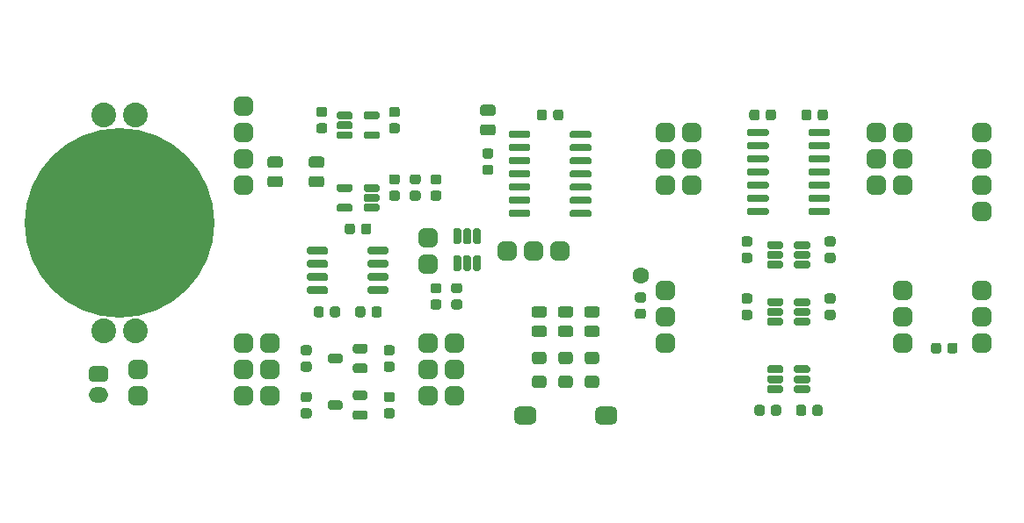
<source format=gbr>
%TF.GenerationSoftware,KiCad,Pcbnew,5.1.6*%
%TF.CreationDate,2020-06-12T20:58:39-07:00*%
%TF.ProjectId,pcb-lab-1,7063622d-6c61-4622-9d31-2e6b69636164,rev?*%
%TF.SameCoordinates,Original*%
%TF.FileFunction,Soldermask,Top*%
%TF.FilePolarity,Negative*%
%FSLAX46Y46*%
G04 Gerber Fmt 4.6, Leading zero omitted, Abs format (unit mm)*
G04 Created by KiCad (PCBNEW 5.1.6) date 2020-06-12 20:58:39*
%MOMM*%
%LPD*%
G01*
G04 APERTURE LIST*
%ADD10C,2.387600*%
%ADD11C,18.288000*%
%ADD12C,1.601600*%
%ADD13O,1.879600X1.498600*%
G04 APERTURE END LIST*
D10*
%TO.C,BT1*%
X114024000Y-74500000D03*
X110976000Y-74500000D03*
X114024000Y-95328000D03*
X110976000Y-95328000D03*
D11*
X112500000Y-84914000D03*
%TD*%
%TO.C,C1*%
G36*
G01*
X127018350Y-78524200D02*
X127981650Y-78524200D01*
G75*
G02*
X128250800Y-78793350I0J-269150D01*
G01*
X128250800Y-79331650D01*
G75*
G02*
X127981650Y-79600800I-269150J0D01*
G01*
X127018350Y-79600800D01*
G75*
G02*
X126749200Y-79331650I0J269150D01*
G01*
X126749200Y-78793350D01*
G75*
G02*
X127018350Y-78524200I269150J0D01*
G01*
G37*
G36*
G01*
X127018350Y-80399200D02*
X127981650Y-80399200D01*
G75*
G02*
X128250800Y-80668350I0J-269150D01*
G01*
X128250800Y-81206650D01*
G75*
G02*
X127981650Y-81475800I-269150J0D01*
G01*
X127018350Y-81475800D01*
G75*
G02*
X126749200Y-81206650I0J269150D01*
G01*
X126749200Y-80668350D01*
G75*
G02*
X127018350Y-80399200I269150J0D01*
G01*
G37*
%TD*%
%TO.C,C2*%
G36*
G01*
X131718350Y-73724200D02*
X132281650Y-73724200D01*
G75*
G02*
X132525800Y-73968350I0J-244150D01*
G01*
X132525800Y-74456650D01*
G75*
G02*
X132281650Y-74700800I-244150J0D01*
G01*
X131718350Y-74700800D01*
G75*
G02*
X131474200Y-74456650I0J244150D01*
G01*
X131474200Y-73968350D01*
G75*
G02*
X131718350Y-73724200I244150J0D01*
G01*
G37*
G36*
G01*
X131718350Y-75299200D02*
X132281650Y-75299200D01*
G75*
G02*
X132525800Y-75543350I0J-244150D01*
G01*
X132525800Y-76031650D01*
G75*
G02*
X132281650Y-76275800I-244150J0D01*
G01*
X131718350Y-76275800D01*
G75*
G02*
X131474200Y-76031650I0J244150D01*
G01*
X131474200Y-75543350D01*
G75*
G02*
X131718350Y-75299200I244150J0D01*
G01*
G37*
%TD*%
%TO.C,C3*%
G36*
G01*
X138718350Y-75299200D02*
X139281650Y-75299200D01*
G75*
G02*
X139525800Y-75543350I0J-244150D01*
G01*
X139525800Y-76031650D01*
G75*
G02*
X139281650Y-76275800I-244150J0D01*
G01*
X138718350Y-76275800D01*
G75*
G02*
X138474200Y-76031650I0J244150D01*
G01*
X138474200Y-75543350D01*
G75*
G02*
X138718350Y-75299200I244150J0D01*
G01*
G37*
G36*
G01*
X138718350Y-73724200D02*
X139281650Y-73724200D01*
G75*
G02*
X139525800Y-73968350I0J-244150D01*
G01*
X139525800Y-74456650D01*
G75*
G02*
X139281650Y-74700800I-244150J0D01*
G01*
X138718350Y-74700800D01*
G75*
G02*
X138474200Y-74456650I0J244150D01*
G01*
X138474200Y-73968350D01*
G75*
G02*
X138718350Y-73724200I244150J0D01*
G01*
G37*
%TD*%
%TO.C,C4*%
G36*
G01*
X152724200Y-74781650D02*
X152724200Y-74218350D01*
G75*
G02*
X152968350Y-73974200I244150J0D01*
G01*
X153456650Y-73974200D01*
G75*
G02*
X153700800Y-74218350I0J-244150D01*
G01*
X153700800Y-74781650D01*
G75*
G02*
X153456650Y-75025800I-244150J0D01*
G01*
X152968350Y-75025800D01*
G75*
G02*
X152724200Y-74781650I0J244150D01*
G01*
G37*
G36*
G01*
X154299200Y-74781650D02*
X154299200Y-74218350D01*
G75*
G02*
X154543350Y-73974200I244150J0D01*
G01*
X155031650Y-73974200D01*
G75*
G02*
X155275800Y-74218350I0J-244150D01*
G01*
X155275800Y-74781650D01*
G75*
G02*
X155031650Y-75025800I-244150J0D01*
G01*
X154543350Y-75025800D01*
G75*
G02*
X154299200Y-74781650I0J244150D01*
G01*
G37*
%TD*%
%TO.C,C5*%
G36*
G01*
X131981650Y-79600800D02*
X131018350Y-79600800D01*
G75*
G02*
X130749200Y-79331650I0J269150D01*
G01*
X130749200Y-78793350D01*
G75*
G02*
X131018350Y-78524200I269150J0D01*
G01*
X131981650Y-78524200D01*
G75*
G02*
X132250800Y-78793350I0J-269150D01*
G01*
X132250800Y-79331650D01*
G75*
G02*
X131981650Y-79600800I-269150J0D01*
G01*
G37*
G36*
G01*
X131981650Y-81475800D02*
X131018350Y-81475800D01*
G75*
G02*
X130749200Y-81206650I0J269150D01*
G01*
X130749200Y-80668350D01*
G75*
G02*
X131018350Y-80399200I269150J0D01*
G01*
X131981650Y-80399200D01*
G75*
G02*
X132250800Y-80668350I0J-269150D01*
G01*
X132250800Y-81206650D01*
G75*
G02*
X131981650Y-81475800I-269150J0D01*
G01*
G37*
%TD*%
%TO.C,C6*%
G36*
G01*
X138718350Y-80224200D02*
X139281650Y-80224200D01*
G75*
G02*
X139525800Y-80468350I0J-244150D01*
G01*
X139525800Y-80956650D01*
G75*
G02*
X139281650Y-81200800I-244150J0D01*
G01*
X138718350Y-81200800D01*
G75*
G02*
X138474200Y-80956650I0J244150D01*
G01*
X138474200Y-80468350D01*
G75*
G02*
X138718350Y-80224200I244150J0D01*
G01*
G37*
G36*
G01*
X138718350Y-81799200D02*
X139281650Y-81799200D01*
G75*
G02*
X139525800Y-82043350I0J-244150D01*
G01*
X139525800Y-82531650D01*
G75*
G02*
X139281650Y-82775800I-244150J0D01*
G01*
X138718350Y-82775800D01*
G75*
G02*
X138474200Y-82531650I0J244150D01*
G01*
X138474200Y-82043350D01*
G75*
G02*
X138718350Y-81799200I244150J0D01*
G01*
G37*
%TD*%
%TO.C,C7*%
G36*
G01*
X147718350Y-79299200D02*
X148281650Y-79299200D01*
G75*
G02*
X148525800Y-79543350I0J-244150D01*
G01*
X148525800Y-80031650D01*
G75*
G02*
X148281650Y-80275800I-244150J0D01*
G01*
X147718350Y-80275800D01*
G75*
G02*
X147474200Y-80031650I0J244150D01*
G01*
X147474200Y-79543350D01*
G75*
G02*
X147718350Y-79299200I244150J0D01*
G01*
G37*
G36*
G01*
X147718350Y-77724200D02*
X148281650Y-77724200D01*
G75*
G02*
X148525800Y-77968350I0J-244150D01*
G01*
X148525800Y-78456650D01*
G75*
G02*
X148281650Y-78700800I-244150J0D01*
G01*
X147718350Y-78700800D01*
G75*
G02*
X147474200Y-78456650I0J244150D01*
G01*
X147474200Y-77968350D01*
G75*
G02*
X147718350Y-77724200I244150J0D01*
G01*
G37*
%TD*%
%TO.C,C10*%
G36*
G01*
X173184200Y-74781650D02*
X173184200Y-74218350D01*
G75*
G02*
X173428350Y-73974200I244150J0D01*
G01*
X173916650Y-73974200D01*
G75*
G02*
X174160800Y-74218350I0J-244150D01*
G01*
X174160800Y-74781650D01*
G75*
G02*
X173916650Y-75025800I-244150J0D01*
G01*
X173428350Y-75025800D01*
G75*
G02*
X173184200Y-74781650I0J244150D01*
G01*
G37*
G36*
G01*
X174759200Y-74781650D02*
X174759200Y-74218350D01*
G75*
G02*
X175003350Y-73974200I244150J0D01*
G01*
X175491650Y-73974200D01*
G75*
G02*
X175735800Y-74218350I0J-244150D01*
G01*
X175735800Y-74781650D01*
G75*
G02*
X175491650Y-75025800I-244150J0D01*
G01*
X175003350Y-75025800D01*
G75*
G02*
X174759200Y-74781650I0J244150D01*
G01*
G37*
%TD*%
%TO.C,C11*%
G36*
G01*
X179160800Y-74218350D02*
X179160800Y-74781650D01*
G75*
G02*
X178916650Y-75025800I-244150J0D01*
G01*
X178428350Y-75025800D01*
G75*
G02*
X178184200Y-74781650I0J244150D01*
G01*
X178184200Y-74218350D01*
G75*
G02*
X178428350Y-73974200I244150J0D01*
G01*
X178916650Y-73974200D01*
G75*
G02*
X179160800Y-74218350I0J-244150D01*
G01*
G37*
G36*
G01*
X180735800Y-74218350D02*
X180735800Y-74781650D01*
G75*
G02*
X180491650Y-75025800I-244150J0D01*
G01*
X180003350Y-75025800D01*
G75*
G02*
X179759200Y-74781650I0J244150D01*
G01*
X179759200Y-74218350D01*
G75*
G02*
X180003350Y-73974200I244150J0D01*
G01*
X180491650Y-73974200D01*
G75*
G02*
X180735800Y-74218350I0J-244150D01*
G01*
G37*
%TD*%
%TO.C,C12*%
G36*
G01*
X172678350Y-87799200D02*
X173241650Y-87799200D01*
G75*
G02*
X173485800Y-88043350I0J-244150D01*
G01*
X173485800Y-88531650D01*
G75*
G02*
X173241650Y-88775800I-244150J0D01*
G01*
X172678350Y-88775800D01*
G75*
G02*
X172434200Y-88531650I0J244150D01*
G01*
X172434200Y-88043350D01*
G75*
G02*
X172678350Y-87799200I244150J0D01*
G01*
G37*
G36*
G01*
X172678350Y-86224200D02*
X173241650Y-86224200D01*
G75*
G02*
X173485800Y-86468350I0J-244150D01*
G01*
X173485800Y-86956650D01*
G75*
G02*
X173241650Y-87200800I-244150J0D01*
G01*
X172678350Y-87200800D01*
G75*
G02*
X172434200Y-86956650I0J244150D01*
G01*
X172434200Y-86468350D01*
G75*
G02*
X172678350Y-86224200I244150J0D01*
G01*
G37*
%TD*%
%TO.C,C13*%
G36*
G01*
X172678350Y-93299200D02*
X173241650Y-93299200D01*
G75*
G02*
X173485800Y-93543350I0J-244150D01*
G01*
X173485800Y-94031650D01*
G75*
G02*
X173241650Y-94275800I-244150J0D01*
G01*
X172678350Y-94275800D01*
G75*
G02*
X172434200Y-94031650I0J244150D01*
G01*
X172434200Y-93543350D01*
G75*
G02*
X172678350Y-93299200I244150J0D01*
G01*
G37*
G36*
G01*
X172678350Y-91724200D02*
X173241650Y-91724200D01*
G75*
G02*
X173485800Y-91968350I0J-244150D01*
G01*
X173485800Y-92456650D01*
G75*
G02*
X173241650Y-92700800I-244150J0D01*
G01*
X172678350Y-92700800D01*
G75*
G02*
X172434200Y-92456650I0J244150D01*
G01*
X172434200Y-91968350D01*
G75*
G02*
X172678350Y-91724200I244150J0D01*
G01*
G37*
%TD*%
%TO.C,C14*%
G36*
G01*
X180678350Y-86224200D02*
X181241650Y-86224200D01*
G75*
G02*
X181485800Y-86468350I0J-244150D01*
G01*
X181485800Y-86956650D01*
G75*
G02*
X181241650Y-87200800I-244150J0D01*
G01*
X180678350Y-87200800D01*
G75*
G02*
X180434200Y-86956650I0J244150D01*
G01*
X180434200Y-86468350D01*
G75*
G02*
X180678350Y-86224200I244150J0D01*
G01*
G37*
G36*
G01*
X180678350Y-87799200D02*
X181241650Y-87799200D01*
G75*
G02*
X181485800Y-88043350I0J-244150D01*
G01*
X181485800Y-88531650D01*
G75*
G02*
X181241650Y-88775800I-244150J0D01*
G01*
X180678350Y-88775800D01*
G75*
G02*
X180434200Y-88531650I0J244150D01*
G01*
X180434200Y-88043350D01*
G75*
G02*
X180678350Y-87799200I244150J0D01*
G01*
G37*
%TD*%
%TO.C,C15*%
G36*
G01*
X180678350Y-91724200D02*
X181241650Y-91724200D01*
G75*
G02*
X181485800Y-91968350I0J-244150D01*
G01*
X181485800Y-92456650D01*
G75*
G02*
X181241650Y-92700800I-244150J0D01*
G01*
X180678350Y-92700800D01*
G75*
G02*
X180434200Y-92456650I0J244150D01*
G01*
X180434200Y-91968350D01*
G75*
G02*
X180678350Y-91724200I244150J0D01*
G01*
G37*
G36*
G01*
X180678350Y-93299200D02*
X181241650Y-93299200D01*
G75*
G02*
X181485800Y-93543350I0J-244150D01*
G01*
X181485800Y-94031650D01*
G75*
G02*
X181241650Y-94275800I-244150J0D01*
G01*
X180678350Y-94275800D01*
G75*
G02*
X180434200Y-94031650I0J244150D01*
G01*
X180434200Y-93543350D01*
G75*
G02*
X180678350Y-93299200I244150J0D01*
G01*
G37*
%TD*%
%TO.C,C20*%
G36*
G01*
X176235800Y-102718350D02*
X176235800Y-103281650D01*
G75*
G02*
X175991650Y-103525800I-244150J0D01*
G01*
X175503350Y-103525800D01*
G75*
G02*
X175259200Y-103281650I0J244150D01*
G01*
X175259200Y-102718350D01*
G75*
G02*
X175503350Y-102474200I244150J0D01*
G01*
X175991650Y-102474200D01*
G75*
G02*
X176235800Y-102718350I0J-244150D01*
G01*
G37*
G36*
G01*
X174660800Y-102718350D02*
X174660800Y-103281650D01*
G75*
G02*
X174416650Y-103525800I-244150J0D01*
G01*
X173928350Y-103525800D01*
G75*
G02*
X173684200Y-103281650I0J244150D01*
G01*
X173684200Y-102718350D01*
G75*
G02*
X173928350Y-102474200I244150J0D01*
G01*
X174416650Y-102474200D01*
G75*
G02*
X174660800Y-102718350I0J-244150D01*
G01*
G37*
%TD*%
%TO.C,C21*%
G36*
G01*
X179259200Y-103281650D02*
X179259200Y-102718350D01*
G75*
G02*
X179503350Y-102474200I244150J0D01*
G01*
X179991650Y-102474200D01*
G75*
G02*
X180235800Y-102718350I0J-244150D01*
G01*
X180235800Y-103281650D01*
G75*
G02*
X179991650Y-103525800I-244150J0D01*
G01*
X179503350Y-103525800D01*
G75*
G02*
X179259200Y-103281650I0J244150D01*
G01*
G37*
G36*
G01*
X177684200Y-103281650D02*
X177684200Y-102718350D01*
G75*
G02*
X177928350Y-102474200I244150J0D01*
G01*
X178416650Y-102474200D01*
G75*
G02*
X178660800Y-102718350I0J-244150D01*
G01*
X178660800Y-103281650D01*
G75*
G02*
X178416650Y-103525800I-244150J0D01*
G01*
X177928350Y-103525800D01*
G75*
G02*
X177684200Y-103281650I0J244150D01*
G01*
G37*
%TD*%
%TO.C,C30*%
G36*
G01*
X136200800Y-93218350D02*
X136200800Y-93781650D01*
G75*
G02*
X135956650Y-94025800I-244150J0D01*
G01*
X135468350Y-94025800D01*
G75*
G02*
X135224200Y-93781650I0J244150D01*
G01*
X135224200Y-93218350D01*
G75*
G02*
X135468350Y-92974200I244150J0D01*
G01*
X135956650Y-92974200D01*
G75*
G02*
X136200800Y-93218350I0J-244150D01*
G01*
G37*
G36*
G01*
X137775800Y-93218350D02*
X137775800Y-93781650D01*
G75*
G02*
X137531650Y-94025800I-244150J0D01*
G01*
X137043350Y-94025800D01*
G75*
G02*
X136799200Y-93781650I0J244150D01*
G01*
X136799200Y-93218350D01*
G75*
G02*
X137043350Y-92974200I244150J0D01*
G01*
X137531650Y-92974200D01*
G75*
G02*
X137775800Y-93218350I0J-244150D01*
G01*
G37*
%TD*%
%TO.C,C31*%
G36*
G01*
X131224200Y-93781650D02*
X131224200Y-93218350D01*
G75*
G02*
X131468350Y-92974200I244150J0D01*
G01*
X131956650Y-92974200D01*
G75*
G02*
X132200800Y-93218350I0J-244150D01*
G01*
X132200800Y-93781650D01*
G75*
G02*
X131956650Y-94025800I-244150J0D01*
G01*
X131468350Y-94025800D01*
G75*
G02*
X131224200Y-93781650I0J244150D01*
G01*
G37*
G36*
G01*
X132799200Y-93781650D02*
X132799200Y-93218350D01*
G75*
G02*
X133043350Y-92974200I244150J0D01*
G01*
X133531650Y-92974200D01*
G75*
G02*
X133775800Y-93218350I0J-244150D01*
G01*
X133775800Y-93781650D01*
G75*
G02*
X133531650Y-94025800I-244150J0D01*
G01*
X133043350Y-94025800D01*
G75*
G02*
X132799200Y-93781650I0J244150D01*
G01*
G37*
%TD*%
%TO.C,D1*%
G36*
G01*
X158501650Y-95915800D02*
X157538350Y-95915800D01*
G75*
G02*
X157269200Y-95646650I0J269150D01*
G01*
X157269200Y-95108350D01*
G75*
G02*
X157538350Y-94839200I269150J0D01*
G01*
X158501650Y-94839200D01*
G75*
G02*
X158770800Y-95108350I0J-269150D01*
G01*
X158770800Y-95646650D01*
G75*
G02*
X158501650Y-95915800I-269150J0D01*
G01*
G37*
G36*
G01*
X158501650Y-94040800D02*
X157538350Y-94040800D01*
G75*
G02*
X157269200Y-93771650I0J269150D01*
G01*
X157269200Y-93233350D01*
G75*
G02*
X157538350Y-92964200I269150J0D01*
G01*
X158501650Y-92964200D01*
G75*
G02*
X158770800Y-93233350I0J-269150D01*
G01*
X158770800Y-93771650D01*
G75*
G02*
X158501650Y-94040800I-269150J0D01*
G01*
G37*
%TD*%
%TO.C,D2*%
G36*
G01*
X155961650Y-95915800D02*
X154998350Y-95915800D01*
G75*
G02*
X154729200Y-95646650I0J269150D01*
G01*
X154729200Y-95108350D01*
G75*
G02*
X154998350Y-94839200I269150J0D01*
G01*
X155961650Y-94839200D01*
G75*
G02*
X156230800Y-95108350I0J-269150D01*
G01*
X156230800Y-95646650D01*
G75*
G02*
X155961650Y-95915800I-269150J0D01*
G01*
G37*
G36*
G01*
X155961650Y-94040800D02*
X154998350Y-94040800D01*
G75*
G02*
X154729200Y-93771650I0J269150D01*
G01*
X154729200Y-93233350D01*
G75*
G02*
X154998350Y-92964200I269150J0D01*
G01*
X155961650Y-92964200D01*
G75*
G02*
X156230800Y-93233350I0J-269150D01*
G01*
X156230800Y-93771650D01*
G75*
G02*
X155961650Y-94040800I-269150J0D01*
G01*
G37*
%TD*%
%TO.C,D3*%
G36*
G01*
X153421650Y-94040800D02*
X152458350Y-94040800D01*
G75*
G02*
X152189200Y-93771650I0J269150D01*
G01*
X152189200Y-93233350D01*
G75*
G02*
X152458350Y-92964200I269150J0D01*
G01*
X153421650Y-92964200D01*
G75*
G02*
X153690800Y-93233350I0J-269150D01*
G01*
X153690800Y-93771650D01*
G75*
G02*
X153421650Y-94040800I-269150J0D01*
G01*
G37*
G36*
G01*
X153421650Y-95915800D02*
X152458350Y-95915800D01*
G75*
G02*
X152189200Y-95646650I0J269150D01*
G01*
X152189200Y-95108350D01*
G75*
G02*
X152458350Y-94839200I269150J0D01*
G01*
X153421650Y-94839200D01*
G75*
G02*
X153690800Y-95108350I0J-269150D01*
G01*
X153690800Y-95646650D01*
G75*
G02*
X153421650Y-95915800I-269150J0D01*
G01*
G37*
%TD*%
%TO.C,J1*%
G36*
G01*
X115200800Y-98609600D02*
X115200800Y-99510400D01*
G75*
G02*
X114750400Y-99960800I-450400J0D01*
G01*
X113849600Y-99960800D01*
G75*
G02*
X113399200Y-99510400I0J450400D01*
G01*
X113399200Y-98609600D01*
G75*
G02*
X113849600Y-98159200I450400J0D01*
G01*
X114750400Y-98159200D01*
G75*
G02*
X115200800Y-98609600I0J-450400D01*
G01*
G37*
G36*
G01*
X115200800Y-101149600D02*
X115200800Y-102050400D01*
G75*
G02*
X114750400Y-102500800I-450400J0D01*
G01*
X113849600Y-102500800D01*
G75*
G02*
X113399200Y-102050400I0J450400D01*
G01*
X113399200Y-101149600D01*
G75*
G02*
X113849600Y-100699200I450400J0D01*
G01*
X114750400Y-100699200D01*
G75*
G02*
X115200800Y-101149600I0J-450400D01*
G01*
G37*
%TD*%
D12*
%TO.C,J2*%
X162700000Y-90000000D03*
%TD*%
%TO.C,J18*%
G36*
G01*
X196480800Y-75749600D02*
X196480800Y-76650400D01*
G75*
G02*
X196030400Y-77100800I-450400J0D01*
G01*
X195129600Y-77100800D01*
G75*
G02*
X194679200Y-76650400I0J450400D01*
G01*
X194679200Y-75749600D01*
G75*
G02*
X195129600Y-75299200I450400J0D01*
G01*
X196030400Y-75299200D01*
G75*
G02*
X196480800Y-75749600I0J-450400D01*
G01*
G37*
G36*
G01*
X196480800Y-78289600D02*
X196480800Y-79190400D01*
G75*
G02*
X196030400Y-79640800I-450400J0D01*
G01*
X195129600Y-79640800D01*
G75*
G02*
X194679200Y-79190400I0J450400D01*
G01*
X194679200Y-78289600D01*
G75*
G02*
X195129600Y-77839200I450400J0D01*
G01*
X196030400Y-77839200D01*
G75*
G02*
X196480800Y-78289600I0J-450400D01*
G01*
G37*
G36*
G01*
X196480800Y-80829600D02*
X196480800Y-81730400D01*
G75*
G02*
X196030400Y-82180800I-450400J0D01*
G01*
X195129600Y-82180800D01*
G75*
G02*
X194679200Y-81730400I0J450400D01*
G01*
X194679200Y-80829600D01*
G75*
G02*
X195129600Y-80379200I450400J0D01*
G01*
X196030400Y-80379200D01*
G75*
G02*
X196480800Y-80829600I0J-450400D01*
G01*
G37*
G36*
G01*
X196480800Y-83369600D02*
X196480800Y-84270400D01*
G75*
G02*
X196030400Y-84720800I-450400J0D01*
G01*
X195129600Y-84720800D01*
G75*
G02*
X194679200Y-84270400I0J450400D01*
G01*
X194679200Y-83369600D01*
G75*
G02*
X195129600Y-82919200I450400J0D01*
G01*
X196030400Y-82919200D01*
G75*
G02*
X196480800Y-83369600I0J-450400D01*
G01*
G37*
%TD*%
%TO.C,J20*%
G36*
G01*
X196480800Y-90989600D02*
X196480800Y-91890400D01*
G75*
G02*
X196030400Y-92340800I-450400J0D01*
G01*
X195129600Y-92340800D01*
G75*
G02*
X194679200Y-91890400I0J450400D01*
G01*
X194679200Y-90989600D01*
G75*
G02*
X195129600Y-90539200I450400J0D01*
G01*
X196030400Y-90539200D01*
G75*
G02*
X196480800Y-90989600I0J-450400D01*
G01*
G37*
G36*
G01*
X196480800Y-93529600D02*
X196480800Y-94430400D01*
G75*
G02*
X196030400Y-94880800I-450400J0D01*
G01*
X195129600Y-94880800D01*
G75*
G02*
X194679200Y-94430400I0J450400D01*
G01*
X194679200Y-93529600D01*
G75*
G02*
X195129600Y-93079200I450400J0D01*
G01*
X196030400Y-93079200D01*
G75*
G02*
X196480800Y-93529600I0J-450400D01*
G01*
G37*
G36*
G01*
X196480800Y-96069600D02*
X196480800Y-96970400D01*
G75*
G02*
X196030400Y-97420800I-450400J0D01*
G01*
X195129600Y-97420800D01*
G75*
G02*
X194679200Y-96970400I0J450400D01*
G01*
X194679200Y-96069600D01*
G75*
G02*
X195129600Y-95619200I450400J0D01*
G01*
X196030400Y-95619200D01*
G75*
G02*
X196480800Y-96069600I0J-450400D01*
G01*
G37*
%TD*%
%TO.C,JD1*%
G36*
G01*
X125360800Y-80829600D02*
X125360800Y-81730400D01*
G75*
G02*
X124910400Y-82180800I-450400J0D01*
G01*
X124009600Y-82180800D01*
G75*
G02*
X123559200Y-81730400I0J450400D01*
G01*
X123559200Y-80829600D01*
G75*
G02*
X124009600Y-80379200I450400J0D01*
G01*
X124910400Y-80379200D01*
G75*
G02*
X125360800Y-80829600I0J-450400D01*
G01*
G37*
G36*
G01*
X125360800Y-78289600D02*
X125360800Y-79190400D01*
G75*
G02*
X124910400Y-79640800I-450400J0D01*
G01*
X124009600Y-79640800D01*
G75*
G02*
X123559200Y-79190400I0J450400D01*
G01*
X123559200Y-78289600D01*
G75*
G02*
X124009600Y-77839200I450400J0D01*
G01*
X124910400Y-77839200D01*
G75*
G02*
X125360800Y-78289600I0J-450400D01*
G01*
G37*
G36*
G01*
X125360800Y-75749600D02*
X125360800Y-76650400D01*
G75*
G02*
X124910400Y-77100800I-450400J0D01*
G01*
X124009600Y-77100800D01*
G75*
G02*
X123559200Y-76650400I0J450400D01*
G01*
X123559200Y-75749600D01*
G75*
G02*
X124009600Y-75299200I450400J0D01*
G01*
X124910400Y-75299200D01*
G75*
G02*
X125360800Y-75749600I0J-450400D01*
G01*
G37*
G36*
G01*
X125360800Y-73209600D02*
X125360800Y-74110400D01*
G75*
G02*
X124910400Y-74560800I-450400J0D01*
G01*
X124009600Y-74560800D01*
G75*
G02*
X123559200Y-74110400I0J450400D01*
G01*
X123559200Y-73209600D01*
G75*
G02*
X124009600Y-72759200I450400J0D01*
G01*
X124910400Y-72759200D01*
G75*
G02*
X125360800Y-73209600I0J-450400D01*
G01*
G37*
%TD*%
%TO.C,JP20*%
G36*
G01*
X166000800Y-90989600D02*
X166000800Y-91890400D01*
G75*
G02*
X165550400Y-92340800I-450400J0D01*
G01*
X164649600Y-92340800D01*
G75*
G02*
X164199200Y-91890400I0J450400D01*
G01*
X164199200Y-90989600D01*
G75*
G02*
X164649600Y-90539200I450400J0D01*
G01*
X165550400Y-90539200D01*
G75*
G02*
X166000800Y-90989600I0J-450400D01*
G01*
G37*
G36*
G01*
X166000800Y-93529600D02*
X166000800Y-94430400D01*
G75*
G02*
X165550400Y-94880800I-450400J0D01*
G01*
X164649600Y-94880800D01*
G75*
G02*
X164199200Y-94430400I0J450400D01*
G01*
X164199200Y-93529600D01*
G75*
G02*
X164649600Y-93079200I450400J0D01*
G01*
X165550400Y-93079200D01*
G75*
G02*
X166000800Y-93529600I0J-450400D01*
G01*
G37*
G36*
G01*
X166000800Y-96069600D02*
X166000800Y-96970400D01*
G75*
G02*
X165550400Y-97420800I-450400J0D01*
G01*
X164649600Y-97420800D01*
G75*
G02*
X164199200Y-96970400I0J450400D01*
G01*
X164199200Y-96069600D01*
G75*
G02*
X164649600Y-95619200I450400J0D01*
G01*
X165550400Y-95619200D01*
G75*
G02*
X166000800Y-96069600I0J-450400D01*
G01*
G37*
%TD*%
%TO.C,JP21*%
G36*
G01*
X188860800Y-90989600D02*
X188860800Y-91890400D01*
G75*
G02*
X188410400Y-92340800I-450400J0D01*
G01*
X187509600Y-92340800D01*
G75*
G02*
X187059200Y-91890400I0J450400D01*
G01*
X187059200Y-90989600D01*
G75*
G02*
X187509600Y-90539200I450400J0D01*
G01*
X188410400Y-90539200D01*
G75*
G02*
X188860800Y-90989600I0J-450400D01*
G01*
G37*
G36*
G01*
X188860800Y-93529600D02*
X188860800Y-94430400D01*
G75*
G02*
X188410400Y-94880800I-450400J0D01*
G01*
X187509600Y-94880800D01*
G75*
G02*
X187059200Y-94430400I0J450400D01*
G01*
X187059200Y-93529600D01*
G75*
G02*
X187509600Y-93079200I450400J0D01*
G01*
X188410400Y-93079200D01*
G75*
G02*
X188860800Y-93529600I0J-450400D01*
G01*
G37*
G36*
G01*
X188860800Y-96069600D02*
X188860800Y-96970400D01*
G75*
G02*
X188410400Y-97420800I-450400J0D01*
G01*
X187509600Y-97420800D01*
G75*
G02*
X187059200Y-96970400I0J450400D01*
G01*
X187059200Y-96069600D01*
G75*
G02*
X187509600Y-95619200I450400J0D01*
G01*
X188410400Y-95619200D01*
G75*
G02*
X188860800Y-96069600I0J-450400D01*
G01*
G37*
%TD*%
%TO.C,JP30*%
G36*
G01*
X143140800Y-96069600D02*
X143140800Y-96970400D01*
G75*
G02*
X142690400Y-97420800I-450400J0D01*
G01*
X141789600Y-97420800D01*
G75*
G02*
X141339200Y-96970400I0J450400D01*
G01*
X141339200Y-96069600D01*
G75*
G02*
X141789600Y-95619200I450400J0D01*
G01*
X142690400Y-95619200D01*
G75*
G02*
X143140800Y-96069600I0J-450400D01*
G01*
G37*
G36*
G01*
X143140800Y-98609600D02*
X143140800Y-99510400D01*
G75*
G02*
X142690400Y-99960800I-450400J0D01*
G01*
X141789600Y-99960800D01*
G75*
G02*
X141339200Y-99510400I0J450400D01*
G01*
X141339200Y-98609600D01*
G75*
G02*
X141789600Y-98159200I450400J0D01*
G01*
X142690400Y-98159200D01*
G75*
G02*
X143140800Y-98609600I0J-450400D01*
G01*
G37*
G36*
G01*
X143140800Y-101149600D02*
X143140800Y-102050400D01*
G75*
G02*
X142690400Y-102500800I-450400J0D01*
G01*
X141789600Y-102500800D01*
G75*
G02*
X141339200Y-102050400I0J450400D01*
G01*
X141339200Y-101149600D01*
G75*
G02*
X141789600Y-100699200I450400J0D01*
G01*
X142690400Y-100699200D01*
G75*
G02*
X143140800Y-101149600I0J-450400D01*
G01*
G37*
%TD*%
%TO.C,JP31*%
G36*
G01*
X145680800Y-101149600D02*
X145680800Y-102050400D01*
G75*
G02*
X145230400Y-102500800I-450400J0D01*
G01*
X144329600Y-102500800D01*
G75*
G02*
X143879200Y-102050400I0J450400D01*
G01*
X143879200Y-101149600D01*
G75*
G02*
X144329600Y-100699200I450400J0D01*
G01*
X145230400Y-100699200D01*
G75*
G02*
X145680800Y-101149600I0J-450400D01*
G01*
G37*
G36*
G01*
X145680800Y-98609600D02*
X145680800Y-99510400D01*
G75*
G02*
X145230400Y-99960800I-450400J0D01*
G01*
X144329600Y-99960800D01*
G75*
G02*
X143879200Y-99510400I0J450400D01*
G01*
X143879200Y-98609600D01*
G75*
G02*
X144329600Y-98159200I450400J0D01*
G01*
X145230400Y-98159200D01*
G75*
G02*
X145680800Y-98609600I0J-450400D01*
G01*
G37*
G36*
G01*
X145680800Y-96069600D02*
X145680800Y-96970400D01*
G75*
G02*
X145230400Y-97420800I-450400J0D01*
G01*
X144329600Y-97420800D01*
G75*
G02*
X143879200Y-96970400I0J450400D01*
G01*
X143879200Y-96069600D01*
G75*
G02*
X144329600Y-95619200I450400J0D01*
G01*
X145230400Y-95619200D01*
G75*
G02*
X145680800Y-96069600I0J-450400D01*
G01*
G37*
%TD*%
%TO.C,JP32*%
G36*
G01*
X127900800Y-101149600D02*
X127900800Y-102050400D01*
G75*
G02*
X127450400Y-102500800I-450400J0D01*
G01*
X126549600Y-102500800D01*
G75*
G02*
X126099200Y-102050400I0J450400D01*
G01*
X126099200Y-101149600D01*
G75*
G02*
X126549600Y-100699200I450400J0D01*
G01*
X127450400Y-100699200D01*
G75*
G02*
X127900800Y-101149600I0J-450400D01*
G01*
G37*
G36*
G01*
X127900800Y-98609600D02*
X127900800Y-99510400D01*
G75*
G02*
X127450400Y-99960800I-450400J0D01*
G01*
X126549600Y-99960800D01*
G75*
G02*
X126099200Y-99510400I0J450400D01*
G01*
X126099200Y-98609600D01*
G75*
G02*
X126549600Y-98159200I450400J0D01*
G01*
X127450400Y-98159200D01*
G75*
G02*
X127900800Y-98609600I0J-450400D01*
G01*
G37*
G36*
G01*
X127900800Y-96069600D02*
X127900800Y-96970400D01*
G75*
G02*
X127450400Y-97420800I-450400J0D01*
G01*
X126549600Y-97420800D01*
G75*
G02*
X126099200Y-96970400I0J450400D01*
G01*
X126099200Y-96069600D01*
G75*
G02*
X126549600Y-95619200I450400J0D01*
G01*
X127450400Y-95619200D01*
G75*
G02*
X127900800Y-96069600I0J-450400D01*
G01*
G37*
%TD*%
%TO.C,JP33*%
G36*
G01*
X125360800Y-101149600D02*
X125360800Y-102050400D01*
G75*
G02*
X124910400Y-102500800I-450400J0D01*
G01*
X124009600Y-102500800D01*
G75*
G02*
X123559200Y-102050400I0J450400D01*
G01*
X123559200Y-101149600D01*
G75*
G02*
X124009600Y-100699200I450400J0D01*
G01*
X124910400Y-100699200D01*
G75*
G02*
X125360800Y-101149600I0J-450400D01*
G01*
G37*
G36*
G01*
X125360800Y-98609600D02*
X125360800Y-99510400D01*
G75*
G02*
X124910400Y-99960800I-450400J0D01*
G01*
X124009600Y-99960800D01*
G75*
G02*
X123559200Y-99510400I0J450400D01*
G01*
X123559200Y-98609600D01*
G75*
G02*
X124009600Y-98159200I450400J0D01*
G01*
X124910400Y-98159200D01*
G75*
G02*
X125360800Y-98609600I0J-450400D01*
G01*
G37*
G36*
G01*
X125360800Y-96069600D02*
X125360800Y-96970400D01*
G75*
G02*
X124910400Y-97420800I-450400J0D01*
G01*
X124009600Y-97420800D01*
G75*
G02*
X123559200Y-96970400I0J450400D01*
G01*
X123559200Y-96069600D01*
G75*
G02*
X124009600Y-95619200I450400J0D01*
G01*
X124910400Y-95619200D01*
G75*
G02*
X125360800Y-96069600I0J-450400D01*
G01*
G37*
%TD*%
D13*
%TO.C,JST_PH_BAT1*%
X110500000Y-101500000D03*
G36*
G01*
X109934850Y-98750700D02*
X111065150Y-98750700D01*
G75*
G02*
X111439800Y-99125350I0J-374650D01*
G01*
X111439800Y-99874650D01*
G75*
G02*
X111065150Y-100249300I-374650J0D01*
G01*
X109934850Y-100249300D01*
G75*
G02*
X109560200Y-99874650I0J374650D01*
G01*
X109560200Y-99125350D01*
G75*
G02*
X109934850Y-98750700I374650J0D01*
G01*
G37*
%TD*%
%TO.C,Q30*%
G36*
G01*
X134000800Y-97774600D02*
X134000800Y-98225400D01*
G75*
G02*
X133775400Y-98450800I-225400J0D01*
G01*
X132824600Y-98450800D01*
G75*
G02*
X132599200Y-98225400I0J225400D01*
G01*
X132599200Y-97774600D01*
G75*
G02*
X132824600Y-97549200I225400J0D01*
G01*
X133775400Y-97549200D01*
G75*
G02*
X134000800Y-97774600I0J-225400D01*
G01*
G37*
G36*
G01*
X136400800Y-96824600D02*
X136400800Y-97275400D01*
G75*
G02*
X136175400Y-97500800I-225400J0D01*
G01*
X135224600Y-97500800D01*
G75*
G02*
X134999200Y-97275400I0J225400D01*
G01*
X134999200Y-96824600D01*
G75*
G02*
X135224600Y-96599200I225400J0D01*
G01*
X136175400Y-96599200D01*
G75*
G02*
X136400800Y-96824600I0J-225400D01*
G01*
G37*
G36*
G01*
X136400800Y-98724600D02*
X136400800Y-99175400D01*
G75*
G02*
X136175400Y-99400800I-225400J0D01*
G01*
X135224600Y-99400800D01*
G75*
G02*
X134999200Y-99175400I0J225400D01*
G01*
X134999200Y-98724600D01*
G75*
G02*
X135224600Y-98499200I225400J0D01*
G01*
X136175400Y-98499200D01*
G75*
G02*
X136400800Y-98724600I0J-225400D01*
G01*
G37*
%TD*%
%TO.C,Q31*%
G36*
G01*
X136400800Y-103224600D02*
X136400800Y-103675400D01*
G75*
G02*
X136175400Y-103900800I-225400J0D01*
G01*
X135224600Y-103900800D01*
G75*
G02*
X134999200Y-103675400I0J225400D01*
G01*
X134999200Y-103224600D01*
G75*
G02*
X135224600Y-102999200I225400J0D01*
G01*
X136175400Y-102999200D01*
G75*
G02*
X136400800Y-103224600I0J-225400D01*
G01*
G37*
G36*
G01*
X136400800Y-101324600D02*
X136400800Y-101775400D01*
G75*
G02*
X136175400Y-102000800I-225400J0D01*
G01*
X135224600Y-102000800D01*
G75*
G02*
X134999200Y-101775400I0J225400D01*
G01*
X134999200Y-101324600D01*
G75*
G02*
X135224600Y-101099200I225400J0D01*
G01*
X136175400Y-101099200D01*
G75*
G02*
X136400800Y-101324600I0J-225400D01*
G01*
G37*
G36*
G01*
X134000800Y-102274600D02*
X134000800Y-102725400D01*
G75*
G02*
X133775400Y-102950800I-225400J0D01*
G01*
X132824600Y-102950800D01*
G75*
G02*
X132599200Y-102725400I0J225400D01*
G01*
X132599200Y-102274600D01*
G75*
G02*
X132824600Y-102049200I225400J0D01*
G01*
X133775400Y-102049200D01*
G75*
G02*
X134000800Y-102274600I0J-225400D01*
G01*
G37*
%TD*%
%TO.C,R1*%
G36*
G01*
X158420400Y-98550800D02*
X157619600Y-98550800D01*
G75*
G02*
X157319200Y-98250400I0J300400D01*
G01*
X157319200Y-97649600D01*
G75*
G02*
X157619600Y-97349200I300400J0D01*
G01*
X158420400Y-97349200D01*
G75*
G02*
X158720800Y-97649600I0J-300400D01*
G01*
X158720800Y-98250400D01*
G75*
G02*
X158420400Y-98550800I-300400J0D01*
G01*
G37*
G36*
G01*
X158420400Y-100850800D02*
X157619600Y-100850800D01*
G75*
G02*
X157319200Y-100550400I0J300400D01*
G01*
X157319200Y-99949600D01*
G75*
G02*
X157619600Y-99649200I300400J0D01*
G01*
X158420400Y-99649200D01*
G75*
G02*
X158720800Y-99949600I0J-300400D01*
G01*
X158720800Y-100550400D01*
G75*
G02*
X158420400Y-100850800I-300400J0D01*
G01*
G37*
%TD*%
%TO.C,R2*%
G36*
G01*
X155880400Y-98550800D02*
X155079600Y-98550800D01*
G75*
G02*
X154779200Y-98250400I0J300400D01*
G01*
X154779200Y-97649600D01*
G75*
G02*
X155079600Y-97349200I300400J0D01*
G01*
X155880400Y-97349200D01*
G75*
G02*
X156180800Y-97649600I0J-300400D01*
G01*
X156180800Y-98250400D01*
G75*
G02*
X155880400Y-98550800I-300400J0D01*
G01*
G37*
G36*
G01*
X155880400Y-100850800D02*
X155079600Y-100850800D01*
G75*
G02*
X154779200Y-100550400I0J300400D01*
G01*
X154779200Y-99949600D01*
G75*
G02*
X155079600Y-99649200I300400J0D01*
G01*
X155880400Y-99649200D01*
G75*
G02*
X156180800Y-99949600I0J-300400D01*
G01*
X156180800Y-100550400D01*
G75*
G02*
X155880400Y-100850800I-300400J0D01*
G01*
G37*
%TD*%
%TO.C,R3*%
G36*
G01*
X153340400Y-100850800D02*
X152539600Y-100850800D01*
G75*
G02*
X152239200Y-100550400I0J300400D01*
G01*
X152239200Y-99949600D01*
G75*
G02*
X152539600Y-99649200I300400J0D01*
G01*
X153340400Y-99649200D01*
G75*
G02*
X153640800Y-99949600I0J-300400D01*
G01*
X153640800Y-100550400D01*
G75*
G02*
X153340400Y-100850800I-300400J0D01*
G01*
G37*
G36*
G01*
X153340400Y-98550800D02*
X152539600Y-98550800D01*
G75*
G02*
X152239200Y-98250400I0J300400D01*
G01*
X152239200Y-97649600D01*
G75*
G02*
X152539600Y-97349200I300400J0D01*
G01*
X153340400Y-97349200D01*
G75*
G02*
X153640800Y-97649600I0J-300400D01*
G01*
X153640800Y-98250400D01*
G75*
G02*
X153340400Y-98550800I-300400J0D01*
G01*
G37*
%TD*%
%TO.C,R4*%
G36*
G01*
X162418350Y-91624200D02*
X162981650Y-91624200D01*
G75*
G02*
X163225800Y-91868350I0J-244150D01*
G01*
X163225800Y-92356650D01*
G75*
G02*
X162981650Y-92600800I-244150J0D01*
G01*
X162418350Y-92600800D01*
G75*
G02*
X162174200Y-92356650I0J244150D01*
G01*
X162174200Y-91868350D01*
G75*
G02*
X162418350Y-91624200I244150J0D01*
G01*
G37*
G36*
G01*
X162418350Y-93199200D02*
X162981650Y-93199200D01*
G75*
G02*
X163225800Y-93443350I0J-244150D01*
G01*
X163225800Y-93931650D01*
G75*
G02*
X162981650Y-94175800I-244150J0D01*
G01*
X162418350Y-94175800D01*
G75*
G02*
X162174200Y-93931650I0J244150D01*
G01*
X162174200Y-93443350D01*
G75*
G02*
X162418350Y-93199200I244150J0D01*
G01*
G37*
%TD*%
%TO.C,R5*%
G36*
G01*
X136775800Y-85218350D02*
X136775800Y-85781650D01*
G75*
G02*
X136531650Y-86025800I-244150J0D01*
G01*
X136043350Y-86025800D01*
G75*
G02*
X135799200Y-85781650I0J244150D01*
G01*
X135799200Y-85218350D01*
G75*
G02*
X136043350Y-84974200I244150J0D01*
G01*
X136531650Y-84974200D01*
G75*
G02*
X136775800Y-85218350I0J-244150D01*
G01*
G37*
G36*
G01*
X135200800Y-85218350D02*
X135200800Y-85781650D01*
G75*
G02*
X134956650Y-86025800I-244150J0D01*
G01*
X134468350Y-86025800D01*
G75*
G02*
X134224200Y-85781650I0J244150D01*
G01*
X134224200Y-85218350D01*
G75*
G02*
X134468350Y-84974200I244150J0D01*
G01*
X134956650Y-84974200D01*
G75*
G02*
X135200800Y-85218350I0J-244150D01*
G01*
G37*
%TD*%
%TO.C,R6*%
G36*
G01*
X140718350Y-81799200D02*
X141281650Y-81799200D01*
G75*
G02*
X141525800Y-82043350I0J-244150D01*
G01*
X141525800Y-82531650D01*
G75*
G02*
X141281650Y-82775800I-244150J0D01*
G01*
X140718350Y-82775800D01*
G75*
G02*
X140474200Y-82531650I0J244150D01*
G01*
X140474200Y-82043350D01*
G75*
G02*
X140718350Y-81799200I244150J0D01*
G01*
G37*
G36*
G01*
X140718350Y-80224200D02*
X141281650Y-80224200D01*
G75*
G02*
X141525800Y-80468350I0J-244150D01*
G01*
X141525800Y-80956650D01*
G75*
G02*
X141281650Y-81200800I-244150J0D01*
G01*
X140718350Y-81200800D01*
G75*
G02*
X140474200Y-80956650I0J244150D01*
G01*
X140474200Y-80468350D01*
G75*
G02*
X140718350Y-80224200I244150J0D01*
G01*
G37*
%TD*%
%TO.C,R7*%
G36*
G01*
X143281650Y-82775800D02*
X142718350Y-82775800D01*
G75*
G02*
X142474200Y-82531650I0J244150D01*
G01*
X142474200Y-82043350D01*
G75*
G02*
X142718350Y-81799200I244150J0D01*
G01*
X143281650Y-81799200D01*
G75*
G02*
X143525800Y-82043350I0J-244150D01*
G01*
X143525800Y-82531650D01*
G75*
G02*
X143281650Y-82775800I-244150J0D01*
G01*
G37*
G36*
G01*
X143281650Y-81200800D02*
X142718350Y-81200800D01*
G75*
G02*
X142474200Y-80956650I0J244150D01*
G01*
X142474200Y-80468350D01*
G75*
G02*
X142718350Y-80224200I244150J0D01*
G01*
X143281650Y-80224200D01*
G75*
G02*
X143525800Y-80468350I0J-244150D01*
G01*
X143525800Y-80956650D01*
G75*
G02*
X143281650Y-81200800I-244150J0D01*
G01*
G37*
%TD*%
%TO.C,R20*%
G36*
G01*
X192259200Y-97281650D02*
X192259200Y-96718350D01*
G75*
G02*
X192503350Y-96474200I244150J0D01*
G01*
X192991650Y-96474200D01*
G75*
G02*
X193235800Y-96718350I0J-244150D01*
G01*
X193235800Y-97281650D01*
G75*
G02*
X192991650Y-97525800I-244150J0D01*
G01*
X192503350Y-97525800D01*
G75*
G02*
X192259200Y-97281650I0J244150D01*
G01*
G37*
G36*
G01*
X190684200Y-97281650D02*
X190684200Y-96718350D01*
G75*
G02*
X190928350Y-96474200I244150J0D01*
G01*
X191416650Y-96474200D01*
G75*
G02*
X191660800Y-96718350I0J-244150D01*
G01*
X191660800Y-97281650D01*
G75*
G02*
X191416650Y-97525800I-244150J0D01*
G01*
X190928350Y-97525800D01*
G75*
G02*
X190684200Y-97281650I0J244150D01*
G01*
G37*
%TD*%
%TO.C,R30*%
G36*
G01*
X138781650Y-97700800D02*
X138218350Y-97700800D01*
G75*
G02*
X137974200Y-97456650I0J244150D01*
G01*
X137974200Y-96968350D01*
G75*
G02*
X138218350Y-96724200I244150J0D01*
G01*
X138781650Y-96724200D01*
G75*
G02*
X139025800Y-96968350I0J-244150D01*
G01*
X139025800Y-97456650D01*
G75*
G02*
X138781650Y-97700800I-244150J0D01*
G01*
G37*
G36*
G01*
X138781650Y-99275800D02*
X138218350Y-99275800D01*
G75*
G02*
X137974200Y-99031650I0J244150D01*
G01*
X137974200Y-98543350D01*
G75*
G02*
X138218350Y-98299200I244150J0D01*
G01*
X138781650Y-98299200D01*
G75*
G02*
X139025800Y-98543350I0J-244150D01*
G01*
X139025800Y-99031650D01*
G75*
G02*
X138781650Y-99275800I-244150J0D01*
G01*
G37*
%TD*%
%TO.C,R31*%
G36*
G01*
X130781650Y-99275800D02*
X130218350Y-99275800D01*
G75*
G02*
X129974200Y-99031650I0J244150D01*
G01*
X129974200Y-98543350D01*
G75*
G02*
X130218350Y-98299200I244150J0D01*
G01*
X130781650Y-98299200D01*
G75*
G02*
X131025800Y-98543350I0J-244150D01*
G01*
X131025800Y-99031650D01*
G75*
G02*
X130781650Y-99275800I-244150J0D01*
G01*
G37*
G36*
G01*
X130781650Y-97700800D02*
X130218350Y-97700800D01*
G75*
G02*
X129974200Y-97456650I0J244150D01*
G01*
X129974200Y-96968350D01*
G75*
G02*
X130218350Y-96724200I244150J0D01*
G01*
X130781650Y-96724200D01*
G75*
G02*
X131025800Y-96968350I0J-244150D01*
G01*
X131025800Y-97456650D01*
G75*
G02*
X130781650Y-97700800I-244150J0D01*
G01*
G37*
%TD*%
%TO.C,R32*%
G36*
G01*
X138781650Y-102200800D02*
X138218350Y-102200800D01*
G75*
G02*
X137974200Y-101956650I0J244150D01*
G01*
X137974200Y-101468350D01*
G75*
G02*
X138218350Y-101224200I244150J0D01*
G01*
X138781650Y-101224200D01*
G75*
G02*
X139025800Y-101468350I0J-244150D01*
G01*
X139025800Y-101956650D01*
G75*
G02*
X138781650Y-102200800I-244150J0D01*
G01*
G37*
G36*
G01*
X138781650Y-103775800D02*
X138218350Y-103775800D01*
G75*
G02*
X137974200Y-103531650I0J244150D01*
G01*
X137974200Y-103043350D01*
G75*
G02*
X138218350Y-102799200I244150J0D01*
G01*
X138781650Y-102799200D01*
G75*
G02*
X139025800Y-103043350I0J-244150D01*
G01*
X139025800Y-103531650D01*
G75*
G02*
X138781650Y-103775800I-244150J0D01*
G01*
G37*
%TD*%
%TO.C,R33*%
G36*
G01*
X130781650Y-103775800D02*
X130218350Y-103775800D01*
G75*
G02*
X129974200Y-103531650I0J244150D01*
G01*
X129974200Y-103043350D01*
G75*
G02*
X130218350Y-102799200I244150J0D01*
G01*
X130781650Y-102799200D01*
G75*
G02*
X131025800Y-103043350I0J-244150D01*
G01*
X131025800Y-103531650D01*
G75*
G02*
X130781650Y-103775800I-244150J0D01*
G01*
G37*
G36*
G01*
X130781650Y-102200800D02*
X130218350Y-102200800D01*
G75*
G02*
X129974200Y-101956650I0J244150D01*
G01*
X129974200Y-101468350D01*
G75*
G02*
X130218350Y-101224200I244150J0D01*
G01*
X130781650Y-101224200D01*
G75*
G02*
X131025800Y-101468350I0J-244150D01*
G01*
X131025800Y-101956650D01*
G75*
G02*
X130781650Y-102200800I-244150J0D01*
G01*
G37*
%TD*%
%TO.C,SW1*%
G36*
G01*
X158349200Y-103925400D02*
X158349200Y-103074600D01*
G75*
G02*
X158774600Y-102649200I425400J0D01*
G01*
X160025400Y-102649200D01*
G75*
G02*
X160450800Y-103074600I0J-425400D01*
G01*
X160450800Y-103925400D01*
G75*
G02*
X160025400Y-104350800I-425400J0D01*
G01*
X158774600Y-104350800D01*
G75*
G02*
X158349200Y-103925400I0J425400D01*
G01*
G37*
G36*
G01*
X150549200Y-103925400D02*
X150549200Y-103074600D01*
G75*
G02*
X150974600Y-102649200I425400J0D01*
G01*
X152225400Y-102649200D01*
G75*
G02*
X152650800Y-103074600I0J-425400D01*
G01*
X152650800Y-103925400D01*
G75*
G02*
X152225400Y-104350800I-425400J0D01*
G01*
X150974600Y-104350800D01*
G75*
G02*
X150549200Y-103925400I0J425400D01*
G01*
G37*
%TD*%
%TO.C,U1*%
G36*
G01*
X136019200Y-74737900D02*
X136019200Y-74362100D01*
G75*
G02*
X136207100Y-74174200I187900J0D01*
G01*
X137392900Y-74174200D01*
G75*
G02*
X137580800Y-74362100I0J-187900D01*
G01*
X137580800Y-74737900D01*
G75*
G02*
X137392900Y-74925800I-187900J0D01*
G01*
X136207100Y-74925800D01*
G75*
G02*
X136019200Y-74737900I0J187900D01*
G01*
G37*
G36*
G01*
X136019200Y-76637900D02*
X136019200Y-76262100D01*
G75*
G02*
X136207100Y-76074200I187900J0D01*
G01*
X137392900Y-76074200D01*
G75*
G02*
X137580800Y-76262100I0J-187900D01*
G01*
X137580800Y-76637900D01*
G75*
G02*
X137392900Y-76825800I-187900J0D01*
G01*
X136207100Y-76825800D01*
G75*
G02*
X136019200Y-76637900I0J187900D01*
G01*
G37*
G36*
G01*
X133419200Y-76637900D02*
X133419200Y-76262100D01*
G75*
G02*
X133607100Y-76074200I187900J0D01*
G01*
X134792900Y-76074200D01*
G75*
G02*
X134980800Y-76262100I0J-187900D01*
G01*
X134980800Y-76637900D01*
G75*
G02*
X134792900Y-76825800I-187900J0D01*
G01*
X133607100Y-76825800D01*
G75*
G02*
X133419200Y-76637900I0J187900D01*
G01*
G37*
G36*
G01*
X133419200Y-75687900D02*
X133419200Y-75312100D01*
G75*
G02*
X133607100Y-75124200I187900J0D01*
G01*
X134792900Y-75124200D01*
G75*
G02*
X134980800Y-75312100I0J-187900D01*
G01*
X134980800Y-75687900D01*
G75*
G02*
X134792900Y-75875800I-187900J0D01*
G01*
X133607100Y-75875800D01*
G75*
G02*
X133419200Y-75687900I0J187900D01*
G01*
G37*
G36*
G01*
X133419200Y-74737900D02*
X133419200Y-74362100D01*
G75*
G02*
X133607100Y-74174200I187900J0D01*
G01*
X134792900Y-74174200D01*
G75*
G02*
X134980800Y-74362100I0J-187900D01*
G01*
X134980800Y-74737900D01*
G75*
G02*
X134792900Y-74925800I-187900J0D01*
G01*
X133607100Y-74925800D01*
G75*
G02*
X133419200Y-74737900I0J187900D01*
G01*
G37*
%TD*%
%TO.C,U2*%
G36*
G01*
X155899200Y-76565400D02*
X155899200Y-76214600D01*
G75*
G02*
X156074600Y-76039200I175400J0D01*
G01*
X157825400Y-76039200D01*
G75*
G02*
X158000800Y-76214600I0J-175400D01*
G01*
X158000800Y-76565400D01*
G75*
G02*
X157825400Y-76740800I-175400J0D01*
G01*
X156074600Y-76740800D01*
G75*
G02*
X155899200Y-76565400I0J175400D01*
G01*
G37*
G36*
G01*
X155899200Y-77835400D02*
X155899200Y-77484600D01*
G75*
G02*
X156074600Y-77309200I175400J0D01*
G01*
X157825400Y-77309200D01*
G75*
G02*
X158000800Y-77484600I0J-175400D01*
G01*
X158000800Y-77835400D01*
G75*
G02*
X157825400Y-78010800I-175400J0D01*
G01*
X156074600Y-78010800D01*
G75*
G02*
X155899200Y-77835400I0J175400D01*
G01*
G37*
G36*
G01*
X155899200Y-79105400D02*
X155899200Y-78754600D01*
G75*
G02*
X156074600Y-78579200I175400J0D01*
G01*
X157825400Y-78579200D01*
G75*
G02*
X158000800Y-78754600I0J-175400D01*
G01*
X158000800Y-79105400D01*
G75*
G02*
X157825400Y-79280800I-175400J0D01*
G01*
X156074600Y-79280800D01*
G75*
G02*
X155899200Y-79105400I0J175400D01*
G01*
G37*
G36*
G01*
X155899200Y-80375400D02*
X155899200Y-80024600D01*
G75*
G02*
X156074600Y-79849200I175400J0D01*
G01*
X157825400Y-79849200D01*
G75*
G02*
X158000800Y-80024600I0J-175400D01*
G01*
X158000800Y-80375400D01*
G75*
G02*
X157825400Y-80550800I-175400J0D01*
G01*
X156074600Y-80550800D01*
G75*
G02*
X155899200Y-80375400I0J175400D01*
G01*
G37*
G36*
G01*
X155899200Y-81645400D02*
X155899200Y-81294600D01*
G75*
G02*
X156074600Y-81119200I175400J0D01*
G01*
X157825400Y-81119200D01*
G75*
G02*
X158000800Y-81294600I0J-175400D01*
G01*
X158000800Y-81645400D01*
G75*
G02*
X157825400Y-81820800I-175400J0D01*
G01*
X156074600Y-81820800D01*
G75*
G02*
X155899200Y-81645400I0J175400D01*
G01*
G37*
G36*
G01*
X155899200Y-82915400D02*
X155899200Y-82564600D01*
G75*
G02*
X156074600Y-82389200I175400J0D01*
G01*
X157825400Y-82389200D01*
G75*
G02*
X158000800Y-82564600I0J-175400D01*
G01*
X158000800Y-82915400D01*
G75*
G02*
X157825400Y-83090800I-175400J0D01*
G01*
X156074600Y-83090800D01*
G75*
G02*
X155899200Y-82915400I0J175400D01*
G01*
G37*
G36*
G01*
X155899200Y-84185400D02*
X155899200Y-83834600D01*
G75*
G02*
X156074600Y-83659200I175400J0D01*
G01*
X157825400Y-83659200D01*
G75*
G02*
X158000800Y-83834600I0J-175400D01*
G01*
X158000800Y-84185400D01*
G75*
G02*
X157825400Y-84360800I-175400J0D01*
G01*
X156074600Y-84360800D01*
G75*
G02*
X155899200Y-84185400I0J175400D01*
G01*
G37*
G36*
G01*
X149999200Y-84185400D02*
X149999200Y-83834600D01*
G75*
G02*
X150174600Y-83659200I175400J0D01*
G01*
X151925400Y-83659200D01*
G75*
G02*
X152100800Y-83834600I0J-175400D01*
G01*
X152100800Y-84185400D01*
G75*
G02*
X151925400Y-84360800I-175400J0D01*
G01*
X150174600Y-84360800D01*
G75*
G02*
X149999200Y-84185400I0J175400D01*
G01*
G37*
G36*
G01*
X149999200Y-82915400D02*
X149999200Y-82564600D01*
G75*
G02*
X150174600Y-82389200I175400J0D01*
G01*
X151925400Y-82389200D01*
G75*
G02*
X152100800Y-82564600I0J-175400D01*
G01*
X152100800Y-82915400D01*
G75*
G02*
X151925400Y-83090800I-175400J0D01*
G01*
X150174600Y-83090800D01*
G75*
G02*
X149999200Y-82915400I0J175400D01*
G01*
G37*
G36*
G01*
X149999200Y-81645400D02*
X149999200Y-81294600D01*
G75*
G02*
X150174600Y-81119200I175400J0D01*
G01*
X151925400Y-81119200D01*
G75*
G02*
X152100800Y-81294600I0J-175400D01*
G01*
X152100800Y-81645400D01*
G75*
G02*
X151925400Y-81820800I-175400J0D01*
G01*
X150174600Y-81820800D01*
G75*
G02*
X149999200Y-81645400I0J175400D01*
G01*
G37*
G36*
G01*
X149999200Y-80375400D02*
X149999200Y-80024600D01*
G75*
G02*
X150174600Y-79849200I175400J0D01*
G01*
X151925400Y-79849200D01*
G75*
G02*
X152100800Y-80024600I0J-175400D01*
G01*
X152100800Y-80375400D01*
G75*
G02*
X151925400Y-80550800I-175400J0D01*
G01*
X150174600Y-80550800D01*
G75*
G02*
X149999200Y-80375400I0J175400D01*
G01*
G37*
G36*
G01*
X149999200Y-79105400D02*
X149999200Y-78754600D01*
G75*
G02*
X150174600Y-78579200I175400J0D01*
G01*
X151925400Y-78579200D01*
G75*
G02*
X152100800Y-78754600I0J-175400D01*
G01*
X152100800Y-79105400D01*
G75*
G02*
X151925400Y-79280800I-175400J0D01*
G01*
X150174600Y-79280800D01*
G75*
G02*
X149999200Y-79105400I0J175400D01*
G01*
G37*
G36*
G01*
X149999200Y-77835400D02*
X149999200Y-77484600D01*
G75*
G02*
X150174600Y-77309200I175400J0D01*
G01*
X151925400Y-77309200D01*
G75*
G02*
X152100800Y-77484600I0J-175400D01*
G01*
X152100800Y-77835400D01*
G75*
G02*
X151925400Y-78010800I-175400J0D01*
G01*
X150174600Y-78010800D01*
G75*
G02*
X149999200Y-77835400I0J175400D01*
G01*
G37*
G36*
G01*
X149999200Y-76565400D02*
X149999200Y-76214600D01*
G75*
G02*
X150174600Y-76039200I175400J0D01*
G01*
X151925400Y-76039200D01*
G75*
G02*
X152100800Y-76214600I0J-175400D01*
G01*
X152100800Y-76565400D01*
G75*
G02*
X151925400Y-76740800I-175400J0D01*
G01*
X150174600Y-76740800D01*
G75*
G02*
X149999200Y-76565400I0J175400D01*
G01*
G37*
%TD*%
%TO.C,U5*%
G36*
G01*
X137580800Y-83262100D02*
X137580800Y-83637900D01*
G75*
G02*
X137392900Y-83825800I-187900J0D01*
G01*
X136207100Y-83825800D01*
G75*
G02*
X136019200Y-83637900I0J187900D01*
G01*
X136019200Y-83262100D01*
G75*
G02*
X136207100Y-83074200I187900J0D01*
G01*
X137392900Y-83074200D01*
G75*
G02*
X137580800Y-83262100I0J-187900D01*
G01*
G37*
G36*
G01*
X137580800Y-82312100D02*
X137580800Y-82687900D01*
G75*
G02*
X137392900Y-82875800I-187900J0D01*
G01*
X136207100Y-82875800D01*
G75*
G02*
X136019200Y-82687900I0J187900D01*
G01*
X136019200Y-82312100D01*
G75*
G02*
X136207100Y-82124200I187900J0D01*
G01*
X137392900Y-82124200D01*
G75*
G02*
X137580800Y-82312100I0J-187900D01*
G01*
G37*
G36*
G01*
X137580800Y-81362100D02*
X137580800Y-81737900D01*
G75*
G02*
X137392900Y-81925800I-187900J0D01*
G01*
X136207100Y-81925800D01*
G75*
G02*
X136019200Y-81737900I0J187900D01*
G01*
X136019200Y-81362100D01*
G75*
G02*
X136207100Y-81174200I187900J0D01*
G01*
X137392900Y-81174200D01*
G75*
G02*
X137580800Y-81362100I0J-187900D01*
G01*
G37*
G36*
G01*
X134980800Y-81362100D02*
X134980800Y-81737900D01*
G75*
G02*
X134792900Y-81925800I-187900J0D01*
G01*
X133607100Y-81925800D01*
G75*
G02*
X133419200Y-81737900I0J187900D01*
G01*
X133419200Y-81362100D01*
G75*
G02*
X133607100Y-81174200I187900J0D01*
G01*
X134792900Y-81174200D01*
G75*
G02*
X134980800Y-81362100I0J-187900D01*
G01*
G37*
G36*
G01*
X134980800Y-83262100D02*
X134980800Y-83637900D01*
G75*
G02*
X134792900Y-83825800I-187900J0D01*
G01*
X133607100Y-83825800D01*
G75*
G02*
X133419200Y-83637900I0J187900D01*
G01*
X133419200Y-83262100D01*
G75*
G02*
X133607100Y-83074200I187900J0D01*
G01*
X134792900Y-83074200D01*
G75*
G02*
X134980800Y-83262100I0J-187900D01*
G01*
G37*
%TD*%
%TO.C,U10*%
G36*
G01*
X172959200Y-76365400D02*
X172959200Y-76014600D01*
G75*
G02*
X173134600Y-75839200I175400J0D01*
G01*
X174885400Y-75839200D01*
G75*
G02*
X175060800Y-76014600I0J-175400D01*
G01*
X175060800Y-76365400D01*
G75*
G02*
X174885400Y-76540800I-175400J0D01*
G01*
X173134600Y-76540800D01*
G75*
G02*
X172959200Y-76365400I0J175400D01*
G01*
G37*
G36*
G01*
X172959200Y-77635400D02*
X172959200Y-77284600D01*
G75*
G02*
X173134600Y-77109200I175400J0D01*
G01*
X174885400Y-77109200D01*
G75*
G02*
X175060800Y-77284600I0J-175400D01*
G01*
X175060800Y-77635400D01*
G75*
G02*
X174885400Y-77810800I-175400J0D01*
G01*
X173134600Y-77810800D01*
G75*
G02*
X172959200Y-77635400I0J175400D01*
G01*
G37*
G36*
G01*
X172959200Y-78905400D02*
X172959200Y-78554600D01*
G75*
G02*
X173134600Y-78379200I175400J0D01*
G01*
X174885400Y-78379200D01*
G75*
G02*
X175060800Y-78554600I0J-175400D01*
G01*
X175060800Y-78905400D01*
G75*
G02*
X174885400Y-79080800I-175400J0D01*
G01*
X173134600Y-79080800D01*
G75*
G02*
X172959200Y-78905400I0J175400D01*
G01*
G37*
G36*
G01*
X172959200Y-80175400D02*
X172959200Y-79824600D01*
G75*
G02*
X173134600Y-79649200I175400J0D01*
G01*
X174885400Y-79649200D01*
G75*
G02*
X175060800Y-79824600I0J-175400D01*
G01*
X175060800Y-80175400D01*
G75*
G02*
X174885400Y-80350800I-175400J0D01*
G01*
X173134600Y-80350800D01*
G75*
G02*
X172959200Y-80175400I0J175400D01*
G01*
G37*
G36*
G01*
X172959200Y-81445400D02*
X172959200Y-81094600D01*
G75*
G02*
X173134600Y-80919200I175400J0D01*
G01*
X174885400Y-80919200D01*
G75*
G02*
X175060800Y-81094600I0J-175400D01*
G01*
X175060800Y-81445400D01*
G75*
G02*
X174885400Y-81620800I-175400J0D01*
G01*
X173134600Y-81620800D01*
G75*
G02*
X172959200Y-81445400I0J175400D01*
G01*
G37*
G36*
G01*
X172959200Y-82715400D02*
X172959200Y-82364600D01*
G75*
G02*
X173134600Y-82189200I175400J0D01*
G01*
X174885400Y-82189200D01*
G75*
G02*
X175060800Y-82364600I0J-175400D01*
G01*
X175060800Y-82715400D01*
G75*
G02*
X174885400Y-82890800I-175400J0D01*
G01*
X173134600Y-82890800D01*
G75*
G02*
X172959200Y-82715400I0J175400D01*
G01*
G37*
G36*
G01*
X172959200Y-83985400D02*
X172959200Y-83634600D01*
G75*
G02*
X173134600Y-83459200I175400J0D01*
G01*
X174885400Y-83459200D01*
G75*
G02*
X175060800Y-83634600I0J-175400D01*
G01*
X175060800Y-83985400D01*
G75*
G02*
X174885400Y-84160800I-175400J0D01*
G01*
X173134600Y-84160800D01*
G75*
G02*
X172959200Y-83985400I0J175400D01*
G01*
G37*
G36*
G01*
X178859200Y-83985400D02*
X178859200Y-83634600D01*
G75*
G02*
X179034600Y-83459200I175400J0D01*
G01*
X180785400Y-83459200D01*
G75*
G02*
X180960800Y-83634600I0J-175400D01*
G01*
X180960800Y-83985400D01*
G75*
G02*
X180785400Y-84160800I-175400J0D01*
G01*
X179034600Y-84160800D01*
G75*
G02*
X178859200Y-83985400I0J175400D01*
G01*
G37*
G36*
G01*
X178859200Y-82715400D02*
X178859200Y-82364600D01*
G75*
G02*
X179034600Y-82189200I175400J0D01*
G01*
X180785400Y-82189200D01*
G75*
G02*
X180960800Y-82364600I0J-175400D01*
G01*
X180960800Y-82715400D01*
G75*
G02*
X180785400Y-82890800I-175400J0D01*
G01*
X179034600Y-82890800D01*
G75*
G02*
X178859200Y-82715400I0J175400D01*
G01*
G37*
G36*
G01*
X178859200Y-81445400D02*
X178859200Y-81094600D01*
G75*
G02*
X179034600Y-80919200I175400J0D01*
G01*
X180785400Y-80919200D01*
G75*
G02*
X180960800Y-81094600I0J-175400D01*
G01*
X180960800Y-81445400D01*
G75*
G02*
X180785400Y-81620800I-175400J0D01*
G01*
X179034600Y-81620800D01*
G75*
G02*
X178859200Y-81445400I0J175400D01*
G01*
G37*
G36*
G01*
X178859200Y-80175400D02*
X178859200Y-79824600D01*
G75*
G02*
X179034600Y-79649200I175400J0D01*
G01*
X180785400Y-79649200D01*
G75*
G02*
X180960800Y-79824600I0J-175400D01*
G01*
X180960800Y-80175400D01*
G75*
G02*
X180785400Y-80350800I-175400J0D01*
G01*
X179034600Y-80350800D01*
G75*
G02*
X178859200Y-80175400I0J175400D01*
G01*
G37*
G36*
G01*
X178859200Y-78905400D02*
X178859200Y-78554600D01*
G75*
G02*
X179034600Y-78379200I175400J0D01*
G01*
X180785400Y-78379200D01*
G75*
G02*
X180960800Y-78554600I0J-175400D01*
G01*
X180960800Y-78905400D01*
G75*
G02*
X180785400Y-79080800I-175400J0D01*
G01*
X179034600Y-79080800D01*
G75*
G02*
X178859200Y-78905400I0J175400D01*
G01*
G37*
G36*
G01*
X178859200Y-77635400D02*
X178859200Y-77284600D01*
G75*
G02*
X179034600Y-77109200I175400J0D01*
G01*
X180785400Y-77109200D01*
G75*
G02*
X180960800Y-77284600I0J-175400D01*
G01*
X180960800Y-77635400D01*
G75*
G02*
X180785400Y-77810800I-175400J0D01*
G01*
X179034600Y-77810800D01*
G75*
G02*
X178859200Y-77635400I0J175400D01*
G01*
G37*
G36*
G01*
X178859200Y-76365400D02*
X178859200Y-76014600D01*
G75*
G02*
X179034600Y-75839200I175400J0D01*
G01*
X180785400Y-75839200D01*
G75*
G02*
X180960800Y-76014600I0J-175400D01*
G01*
X180960800Y-76365400D01*
G75*
G02*
X180785400Y-76540800I-175400J0D01*
G01*
X179034600Y-76540800D01*
G75*
G02*
X178859200Y-76365400I0J175400D01*
G01*
G37*
%TD*%
%TO.C,U11*%
G36*
G01*
X174879200Y-87237900D02*
X174879200Y-86862100D01*
G75*
G02*
X175067100Y-86674200I187900J0D01*
G01*
X176252900Y-86674200D01*
G75*
G02*
X176440800Y-86862100I0J-187900D01*
G01*
X176440800Y-87237900D01*
G75*
G02*
X176252900Y-87425800I-187900J0D01*
G01*
X175067100Y-87425800D01*
G75*
G02*
X174879200Y-87237900I0J187900D01*
G01*
G37*
G36*
G01*
X174879200Y-88187900D02*
X174879200Y-87812100D01*
G75*
G02*
X175067100Y-87624200I187900J0D01*
G01*
X176252900Y-87624200D01*
G75*
G02*
X176440800Y-87812100I0J-187900D01*
G01*
X176440800Y-88187900D01*
G75*
G02*
X176252900Y-88375800I-187900J0D01*
G01*
X175067100Y-88375800D01*
G75*
G02*
X174879200Y-88187900I0J187900D01*
G01*
G37*
G36*
G01*
X174879200Y-89137900D02*
X174879200Y-88762100D01*
G75*
G02*
X175067100Y-88574200I187900J0D01*
G01*
X176252900Y-88574200D01*
G75*
G02*
X176440800Y-88762100I0J-187900D01*
G01*
X176440800Y-89137900D01*
G75*
G02*
X176252900Y-89325800I-187900J0D01*
G01*
X175067100Y-89325800D01*
G75*
G02*
X174879200Y-89137900I0J187900D01*
G01*
G37*
G36*
G01*
X177479200Y-89137900D02*
X177479200Y-88762100D01*
G75*
G02*
X177667100Y-88574200I187900J0D01*
G01*
X178852900Y-88574200D01*
G75*
G02*
X179040800Y-88762100I0J-187900D01*
G01*
X179040800Y-89137900D01*
G75*
G02*
X178852900Y-89325800I-187900J0D01*
G01*
X177667100Y-89325800D01*
G75*
G02*
X177479200Y-89137900I0J187900D01*
G01*
G37*
G36*
G01*
X177479200Y-87237900D02*
X177479200Y-86862100D01*
G75*
G02*
X177667100Y-86674200I187900J0D01*
G01*
X178852900Y-86674200D01*
G75*
G02*
X179040800Y-86862100I0J-187900D01*
G01*
X179040800Y-87237900D01*
G75*
G02*
X178852900Y-87425800I-187900J0D01*
G01*
X177667100Y-87425800D01*
G75*
G02*
X177479200Y-87237900I0J187900D01*
G01*
G37*
G36*
G01*
X177479200Y-88187900D02*
X177479200Y-87812100D01*
G75*
G02*
X177667100Y-87624200I187900J0D01*
G01*
X178852900Y-87624200D01*
G75*
G02*
X179040800Y-87812100I0J-187900D01*
G01*
X179040800Y-88187900D01*
G75*
G02*
X178852900Y-88375800I-187900J0D01*
G01*
X177667100Y-88375800D01*
G75*
G02*
X177479200Y-88187900I0J187900D01*
G01*
G37*
%TD*%
%TO.C,U12*%
G36*
G01*
X177479200Y-93687900D02*
X177479200Y-93312100D01*
G75*
G02*
X177667100Y-93124200I187900J0D01*
G01*
X178852900Y-93124200D01*
G75*
G02*
X179040800Y-93312100I0J-187900D01*
G01*
X179040800Y-93687900D01*
G75*
G02*
X178852900Y-93875800I-187900J0D01*
G01*
X177667100Y-93875800D01*
G75*
G02*
X177479200Y-93687900I0J187900D01*
G01*
G37*
G36*
G01*
X177479200Y-92737900D02*
X177479200Y-92362100D01*
G75*
G02*
X177667100Y-92174200I187900J0D01*
G01*
X178852900Y-92174200D01*
G75*
G02*
X179040800Y-92362100I0J-187900D01*
G01*
X179040800Y-92737900D01*
G75*
G02*
X178852900Y-92925800I-187900J0D01*
G01*
X177667100Y-92925800D01*
G75*
G02*
X177479200Y-92737900I0J187900D01*
G01*
G37*
G36*
G01*
X177479200Y-94637900D02*
X177479200Y-94262100D01*
G75*
G02*
X177667100Y-94074200I187900J0D01*
G01*
X178852900Y-94074200D01*
G75*
G02*
X179040800Y-94262100I0J-187900D01*
G01*
X179040800Y-94637900D01*
G75*
G02*
X178852900Y-94825800I-187900J0D01*
G01*
X177667100Y-94825800D01*
G75*
G02*
X177479200Y-94637900I0J187900D01*
G01*
G37*
G36*
G01*
X174879200Y-94637900D02*
X174879200Y-94262100D01*
G75*
G02*
X175067100Y-94074200I187900J0D01*
G01*
X176252900Y-94074200D01*
G75*
G02*
X176440800Y-94262100I0J-187900D01*
G01*
X176440800Y-94637900D01*
G75*
G02*
X176252900Y-94825800I-187900J0D01*
G01*
X175067100Y-94825800D01*
G75*
G02*
X174879200Y-94637900I0J187900D01*
G01*
G37*
G36*
G01*
X174879200Y-93687900D02*
X174879200Y-93312100D01*
G75*
G02*
X175067100Y-93124200I187900J0D01*
G01*
X176252900Y-93124200D01*
G75*
G02*
X176440800Y-93312100I0J-187900D01*
G01*
X176440800Y-93687900D01*
G75*
G02*
X176252900Y-93875800I-187900J0D01*
G01*
X175067100Y-93875800D01*
G75*
G02*
X174879200Y-93687900I0J187900D01*
G01*
G37*
G36*
G01*
X174879200Y-92737900D02*
X174879200Y-92362100D01*
G75*
G02*
X175067100Y-92174200I187900J0D01*
G01*
X176252900Y-92174200D01*
G75*
G02*
X176440800Y-92362100I0J-187900D01*
G01*
X176440800Y-92737900D01*
G75*
G02*
X176252900Y-92925800I-187900J0D01*
G01*
X175067100Y-92925800D01*
G75*
G02*
X174879200Y-92737900I0J187900D01*
G01*
G37*
%TD*%
%TO.C,U20*%
G36*
G01*
X177479200Y-100187900D02*
X177479200Y-99812100D01*
G75*
G02*
X177667100Y-99624200I187900J0D01*
G01*
X178852900Y-99624200D01*
G75*
G02*
X179040800Y-99812100I0J-187900D01*
G01*
X179040800Y-100187900D01*
G75*
G02*
X178852900Y-100375800I-187900J0D01*
G01*
X177667100Y-100375800D01*
G75*
G02*
X177479200Y-100187900I0J187900D01*
G01*
G37*
G36*
G01*
X177479200Y-99237900D02*
X177479200Y-98862100D01*
G75*
G02*
X177667100Y-98674200I187900J0D01*
G01*
X178852900Y-98674200D01*
G75*
G02*
X179040800Y-98862100I0J-187900D01*
G01*
X179040800Y-99237900D01*
G75*
G02*
X178852900Y-99425800I-187900J0D01*
G01*
X177667100Y-99425800D01*
G75*
G02*
X177479200Y-99237900I0J187900D01*
G01*
G37*
G36*
G01*
X177479200Y-101137900D02*
X177479200Y-100762100D01*
G75*
G02*
X177667100Y-100574200I187900J0D01*
G01*
X178852900Y-100574200D01*
G75*
G02*
X179040800Y-100762100I0J-187900D01*
G01*
X179040800Y-101137900D01*
G75*
G02*
X178852900Y-101325800I-187900J0D01*
G01*
X177667100Y-101325800D01*
G75*
G02*
X177479200Y-101137900I0J187900D01*
G01*
G37*
G36*
G01*
X174879200Y-101137900D02*
X174879200Y-100762100D01*
G75*
G02*
X175067100Y-100574200I187900J0D01*
G01*
X176252900Y-100574200D01*
G75*
G02*
X176440800Y-100762100I0J-187900D01*
G01*
X176440800Y-101137900D01*
G75*
G02*
X176252900Y-101325800I-187900J0D01*
G01*
X175067100Y-101325800D01*
G75*
G02*
X174879200Y-101137900I0J187900D01*
G01*
G37*
G36*
G01*
X174879200Y-100187900D02*
X174879200Y-99812100D01*
G75*
G02*
X175067100Y-99624200I187900J0D01*
G01*
X176252900Y-99624200D01*
G75*
G02*
X176440800Y-99812100I0J-187900D01*
G01*
X176440800Y-100187900D01*
G75*
G02*
X176252900Y-100375800I-187900J0D01*
G01*
X175067100Y-100375800D01*
G75*
G02*
X174879200Y-100187900I0J187900D01*
G01*
G37*
G36*
G01*
X174879200Y-99237900D02*
X174879200Y-98862100D01*
G75*
G02*
X175067100Y-98674200I187900J0D01*
G01*
X176252900Y-98674200D01*
G75*
G02*
X176440800Y-98862100I0J-187900D01*
G01*
X176440800Y-99237900D01*
G75*
G02*
X176252900Y-99425800I-187900J0D01*
G01*
X175067100Y-99425800D01*
G75*
G02*
X174879200Y-99237900I0J187900D01*
G01*
G37*
%TD*%
%TO.C,U30*%
G36*
G01*
X132625800Y-91229600D02*
X132625800Y-91580400D01*
G75*
G02*
X132450400Y-91755800I-175400J0D01*
G01*
X130749600Y-91755800D01*
G75*
G02*
X130574200Y-91580400I0J175400D01*
G01*
X130574200Y-91229600D01*
G75*
G02*
X130749600Y-91054200I175400J0D01*
G01*
X132450400Y-91054200D01*
G75*
G02*
X132625800Y-91229600I0J-175400D01*
G01*
G37*
G36*
G01*
X132625800Y-89959600D02*
X132625800Y-90310400D01*
G75*
G02*
X132450400Y-90485800I-175400J0D01*
G01*
X130749600Y-90485800D01*
G75*
G02*
X130574200Y-90310400I0J175400D01*
G01*
X130574200Y-89959600D01*
G75*
G02*
X130749600Y-89784200I175400J0D01*
G01*
X132450400Y-89784200D01*
G75*
G02*
X132625800Y-89959600I0J-175400D01*
G01*
G37*
G36*
G01*
X132625800Y-88689600D02*
X132625800Y-89040400D01*
G75*
G02*
X132450400Y-89215800I-175400J0D01*
G01*
X130749600Y-89215800D01*
G75*
G02*
X130574200Y-89040400I0J175400D01*
G01*
X130574200Y-88689600D01*
G75*
G02*
X130749600Y-88514200I175400J0D01*
G01*
X132450400Y-88514200D01*
G75*
G02*
X132625800Y-88689600I0J-175400D01*
G01*
G37*
G36*
G01*
X132625800Y-87419600D02*
X132625800Y-87770400D01*
G75*
G02*
X132450400Y-87945800I-175400J0D01*
G01*
X130749600Y-87945800D01*
G75*
G02*
X130574200Y-87770400I0J175400D01*
G01*
X130574200Y-87419600D01*
G75*
G02*
X130749600Y-87244200I175400J0D01*
G01*
X132450400Y-87244200D01*
G75*
G02*
X132625800Y-87419600I0J-175400D01*
G01*
G37*
G36*
G01*
X138425800Y-87419600D02*
X138425800Y-87770400D01*
G75*
G02*
X138250400Y-87945800I-175400J0D01*
G01*
X136549600Y-87945800D01*
G75*
G02*
X136374200Y-87770400I0J175400D01*
G01*
X136374200Y-87419600D01*
G75*
G02*
X136549600Y-87244200I175400J0D01*
G01*
X138250400Y-87244200D01*
G75*
G02*
X138425800Y-87419600I0J-175400D01*
G01*
G37*
G36*
G01*
X138425800Y-88689600D02*
X138425800Y-89040400D01*
G75*
G02*
X138250400Y-89215800I-175400J0D01*
G01*
X136549600Y-89215800D01*
G75*
G02*
X136374200Y-89040400I0J175400D01*
G01*
X136374200Y-88689600D01*
G75*
G02*
X136549600Y-88514200I175400J0D01*
G01*
X138250400Y-88514200D01*
G75*
G02*
X138425800Y-88689600I0J-175400D01*
G01*
G37*
G36*
G01*
X138425800Y-89959600D02*
X138425800Y-90310400D01*
G75*
G02*
X138250400Y-90485800I-175400J0D01*
G01*
X136549600Y-90485800D01*
G75*
G02*
X136374200Y-90310400I0J175400D01*
G01*
X136374200Y-89959600D01*
G75*
G02*
X136549600Y-89784200I175400J0D01*
G01*
X138250400Y-89784200D01*
G75*
G02*
X138425800Y-89959600I0J-175400D01*
G01*
G37*
G36*
G01*
X138425800Y-91229600D02*
X138425800Y-91580400D01*
G75*
G02*
X138250400Y-91755800I-175400J0D01*
G01*
X136549600Y-91755800D01*
G75*
G02*
X136374200Y-91580400I0J175400D01*
G01*
X136374200Y-91229600D01*
G75*
G02*
X136549600Y-91054200I175400J0D01*
G01*
X138250400Y-91054200D01*
G75*
G02*
X138425800Y-91229600I0J-175400D01*
G01*
G37*
%TD*%
%TO.C,J10*%
G36*
G01*
X168540800Y-75749600D02*
X168540800Y-76650400D01*
G75*
G02*
X168090400Y-77100800I-450400J0D01*
G01*
X167189600Y-77100800D01*
G75*
G02*
X166739200Y-76650400I0J450400D01*
G01*
X166739200Y-75749600D01*
G75*
G02*
X167189600Y-75299200I450400J0D01*
G01*
X168090400Y-75299200D01*
G75*
G02*
X168540800Y-75749600I0J-450400D01*
G01*
G37*
G36*
G01*
X168540800Y-78289600D02*
X168540800Y-79190400D01*
G75*
G02*
X168090400Y-79640800I-450400J0D01*
G01*
X167189600Y-79640800D01*
G75*
G02*
X166739200Y-79190400I0J450400D01*
G01*
X166739200Y-78289600D01*
G75*
G02*
X167189600Y-77839200I450400J0D01*
G01*
X168090400Y-77839200D01*
G75*
G02*
X168540800Y-78289600I0J-450400D01*
G01*
G37*
G36*
G01*
X168540800Y-80829600D02*
X168540800Y-81730400D01*
G75*
G02*
X168090400Y-82180800I-450400J0D01*
G01*
X167189600Y-82180800D01*
G75*
G02*
X166739200Y-81730400I0J450400D01*
G01*
X166739200Y-80829600D01*
G75*
G02*
X167189600Y-80379200I450400J0D01*
G01*
X168090400Y-80379200D01*
G75*
G02*
X168540800Y-80829600I0J-450400D01*
G01*
G37*
%TD*%
%TO.C,J11*%
G36*
G01*
X166000800Y-80829600D02*
X166000800Y-81730400D01*
G75*
G02*
X165550400Y-82180800I-450400J0D01*
G01*
X164649600Y-82180800D01*
G75*
G02*
X164199200Y-81730400I0J450400D01*
G01*
X164199200Y-80829600D01*
G75*
G02*
X164649600Y-80379200I450400J0D01*
G01*
X165550400Y-80379200D01*
G75*
G02*
X166000800Y-80829600I0J-450400D01*
G01*
G37*
G36*
G01*
X166000800Y-78289600D02*
X166000800Y-79190400D01*
G75*
G02*
X165550400Y-79640800I-450400J0D01*
G01*
X164649600Y-79640800D01*
G75*
G02*
X164199200Y-79190400I0J450400D01*
G01*
X164199200Y-78289600D01*
G75*
G02*
X164649600Y-77839200I450400J0D01*
G01*
X165550400Y-77839200D01*
G75*
G02*
X166000800Y-78289600I0J-450400D01*
G01*
G37*
G36*
G01*
X166000800Y-75749600D02*
X166000800Y-76650400D01*
G75*
G02*
X165550400Y-77100800I-450400J0D01*
G01*
X164649600Y-77100800D01*
G75*
G02*
X164199200Y-76650400I0J450400D01*
G01*
X164199200Y-75749600D01*
G75*
G02*
X164649600Y-75299200I450400J0D01*
G01*
X165550400Y-75299200D01*
G75*
G02*
X166000800Y-75749600I0J-450400D01*
G01*
G37*
%TD*%
%TO.C,J14*%
G36*
G01*
X188860800Y-75749600D02*
X188860800Y-76650400D01*
G75*
G02*
X188410400Y-77100800I-450400J0D01*
G01*
X187509600Y-77100800D01*
G75*
G02*
X187059200Y-76650400I0J450400D01*
G01*
X187059200Y-75749600D01*
G75*
G02*
X187509600Y-75299200I450400J0D01*
G01*
X188410400Y-75299200D01*
G75*
G02*
X188860800Y-75749600I0J-450400D01*
G01*
G37*
G36*
G01*
X188860800Y-78289600D02*
X188860800Y-79190400D01*
G75*
G02*
X188410400Y-79640800I-450400J0D01*
G01*
X187509600Y-79640800D01*
G75*
G02*
X187059200Y-79190400I0J450400D01*
G01*
X187059200Y-78289600D01*
G75*
G02*
X187509600Y-77839200I450400J0D01*
G01*
X188410400Y-77839200D01*
G75*
G02*
X188860800Y-78289600I0J-450400D01*
G01*
G37*
G36*
G01*
X188860800Y-80829600D02*
X188860800Y-81730400D01*
G75*
G02*
X188410400Y-82180800I-450400J0D01*
G01*
X187509600Y-82180800D01*
G75*
G02*
X187059200Y-81730400I0J450400D01*
G01*
X187059200Y-80829600D01*
G75*
G02*
X187509600Y-80379200I450400J0D01*
G01*
X188410400Y-80379200D01*
G75*
G02*
X188860800Y-80829600I0J-450400D01*
G01*
G37*
%TD*%
%TO.C,J15*%
G36*
G01*
X186320800Y-80829600D02*
X186320800Y-81730400D01*
G75*
G02*
X185870400Y-82180800I-450400J0D01*
G01*
X184969600Y-82180800D01*
G75*
G02*
X184519200Y-81730400I0J450400D01*
G01*
X184519200Y-80829600D01*
G75*
G02*
X184969600Y-80379200I450400J0D01*
G01*
X185870400Y-80379200D01*
G75*
G02*
X186320800Y-80829600I0J-450400D01*
G01*
G37*
G36*
G01*
X186320800Y-78289600D02*
X186320800Y-79190400D01*
G75*
G02*
X185870400Y-79640800I-450400J0D01*
G01*
X184969600Y-79640800D01*
G75*
G02*
X184519200Y-79190400I0J450400D01*
G01*
X184519200Y-78289600D01*
G75*
G02*
X184969600Y-77839200I450400J0D01*
G01*
X185870400Y-77839200D01*
G75*
G02*
X186320800Y-78289600I0J-450400D01*
G01*
G37*
G36*
G01*
X186320800Y-75749600D02*
X186320800Y-76650400D01*
G75*
G02*
X185870400Y-77100800I-450400J0D01*
G01*
X184969600Y-77100800D01*
G75*
G02*
X184519200Y-76650400I0J450400D01*
G01*
X184519200Y-75749600D01*
G75*
G02*
X184969600Y-75299200I450400J0D01*
G01*
X185870400Y-75299200D01*
G75*
G02*
X186320800Y-75749600I0J-450400D01*
G01*
G37*
%TD*%
%TO.C,C8*%
G36*
G01*
X147518350Y-73524200D02*
X148481650Y-73524200D01*
G75*
G02*
X148750800Y-73793350I0J-269150D01*
G01*
X148750800Y-74331650D01*
G75*
G02*
X148481650Y-74600800I-269150J0D01*
G01*
X147518350Y-74600800D01*
G75*
G02*
X147249200Y-74331650I0J269150D01*
G01*
X147249200Y-73793350D01*
G75*
G02*
X147518350Y-73524200I269150J0D01*
G01*
G37*
G36*
G01*
X147518350Y-75399200D02*
X148481650Y-75399200D01*
G75*
G02*
X148750800Y-75668350I0J-269150D01*
G01*
X148750800Y-76206650D01*
G75*
G02*
X148481650Y-76475800I-269150J0D01*
G01*
X147518350Y-76475800D01*
G75*
G02*
X147249200Y-76206650I0J269150D01*
G01*
X147249200Y-75668350D01*
G75*
G02*
X147518350Y-75399200I269150J0D01*
G01*
G37*
%TD*%
%TO.C,JP1*%
G36*
G01*
X143140800Y-85909600D02*
X143140800Y-86810400D01*
G75*
G02*
X142690400Y-87260800I-450400J0D01*
G01*
X141789600Y-87260800D01*
G75*
G02*
X141339200Y-86810400I0J450400D01*
G01*
X141339200Y-85909600D01*
G75*
G02*
X141789600Y-85459200I450400J0D01*
G01*
X142690400Y-85459200D01*
G75*
G02*
X143140800Y-85909600I0J-450400D01*
G01*
G37*
G36*
G01*
X143140800Y-88449600D02*
X143140800Y-89350400D01*
G75*
G02*
X142690400Y-89800800I-450400J0D01*
G01*
X141789600Y-89800800D01*
G75*
G02*
X141339200Y-89350400I0J450400D01*
G01*
X141339200Y-88449600D01*
G75*
G02*
X141789600Y-87999200I450400J0D01*
G01*
X142690400Y-87999200D01*
G75*
G02*
X143140800Y-88449600I0J-450400D01*
G01*
G37*
%TD*%
%TO.C,JP2*%
G36*
G01*
X155390400Y-88530800D02*
X154489600Y-88530800D01*
G75*
G02*
X154039200Y-88080400I0J450400D01*
G01*
X154039200Y-87179600D01*
G75*
G02*
X154489600Y-86729200I450400J0D01*
G01*
X155390400Y-86729200D01*
G75*
G02*
X155840800Y-87179600I0J-450400D01*
G01*
X155840800Y-88080400D01*
G75*
G02*
X155390400Y-88530800I-450400J0D01*
G01*
G37*
G36*
G01*
X152850400Y-88530800D02*
X151949600Y-88530800D01*
G75*
G02*
X151499200Y-88080400I0J450400D01*
G01*
X151499200Y-87179600D01*
G75*
G02*
X151949600Y-86729200I450400J0D01*
G01*
X152850400Y-86729200D01*
G75*
G02*
X153300800Y-87179600I0J-450400D01*
G01*
X153300800Y-88080400D01*
G75*
G02*
X152850400Y-88530800I-450400J0D01*
G01*
G37*
G36*
G01*
X150310400Y-88530800D02*
X149409600Y-88530800D01*
G75*
G02*
X148959200Y-88080400I0J450400D01*
G01*
X148959200Y-87179600D01*
G75*
G02*
X149409600Y-86729200I450400J0D01*
G01*
X150310400Y-86729200D01*
G75*
G02*
X150760800Y-87179600I0J-450400D01*
G01*
X150760800Y-88080400D01*
G75*
G02*
X150310400Y-88530800I-450400J0D01*
G01*
G37*
%TD*%
%TO.C,R8*%
G36*
G01*
X142718350Y-90724200D02*
X143281650Y-90724200D01*
G75*
G02*
X143525800Y-90968350I0J-244150D01*
G01*
X143525800Y-91456650D01*
G75*
G02*
X143281650Y-91700800I-244150J0D01*
G01*
X142718350Y-91700800D01*
G75*
G02*
X142474200Y-91456650I0J244150D01*
G01*
X142474200Y-90968350D01*
G75*
G02*
X142718350Y-90724200I244150J0D01*
G01*
G37*
G36*
G01*
X142718350Y-92299200D02*
X143281650Y-92299200D01*
G75*
G02*
X143525800Y-92543350I0J-244150D01*
G01*
X143525800Y-93031650D01*
G75*
G02*
X143281650Y-93275800I-244150J0D01*
G01*
X142718350Y-93275800D01*
G75*
G02*
X142474200Y-93031650I0J244150D01*
G01*
X142474200Y-92543350D01*
G75*
G02*
X142718350Y-92299200I244150J0D01*
G01*
G37*
%TD*%
%TO.C,R9*%
G36*
G01*
X145281650Y-91700800D02*
X144718350Y-91700800D01*
G75*
G02*
X144474200Y-91456650I0J244150D01*
G01*
X144474200Y-90968350D01*
G75*
G02*
X144718350Y-90724200I244150J0D01*
G01*
X145281650Y-90724200D01*
G75*
G02*
X145525800Y-90968350I0J-244150D01*
G01*
X145525800Y-91456650D01*
G75*
G02*
X145281650Y-91700800I-244150J0D01*
G01*
G37*
G36*
G01*
X145281650Y-93275800D02*
X144718350Y-93275800D01*
G75*
G02*
X144474200Y-93031650I0J244150D01*
G01*
X144474200Y-92543350D01*
G75*
G02*
X144718350Y-92299200I244150J0D01*
G01*
X145281650Y-92299200D01*
G75*
G02*
X145525800Y-92543350I0J-244150D01*
G01*
X145525800Y-93031650D01*
G75*
G02*
X145281650Y-93275800I-244150J0D01*
G01*
G37*
%TD*%
%TO.C,U6*%
G36*
G01*
X146187900Y-86980800D02*
X145812100Y-86980800D01*
G75*
G02*
X145624200Y-86792900I0J187900D01*
G01*
X145624200Y-85607100D01*
G75*
G02*
X145812100Y-85419200I187900J0D01*
G01*
X146187900Y-85419200D01*
G75*
G02*
X146375800Y-85607100I0J-187900D01*
G01*
X146375800Y-86792900D01*
G75*
G02*
X146187900Y-86980800I-187900J0D01*
G01*
G37*
G36*
G01*
X145237900Y-86980800D02*
X144862100Y-86980800D01*
G75*
G02*
X144674200Y-86792900I0J187900D01*
G01*
X144674200Y-85607100D01*
G75*
G02*
X144862100Y-85419200I187900J0D01*
G01*
X145237900Y-85419200D01*
G75*
G02*
X145425800Y-85607100I0J-187900D01*
G01*
X145425800Y-86792900D01*
G75*
G02*
X145237900Y-86980800I-187900J0D01*
G01*
G37*
G36*
G01*
X147137900Y-86980800D02*
X146762100Y-86980800D01*
G75*
G02*
X146574200Y-86792900I0J187900D01*
G01*
X146574200Y-85607100D01*
G75*
G02*
X146762100Y-85419200I187900J0D01*
G01*
X147137900Y-85419200D01*
G75*
G02*
X147325800Y-85607100I0J-187900D01*
G01*
X147325800Y-86792900D01*
G75*
G02*
X147137900Y-86980800I-187900J0D01*
G01*
G37*
G36*
G01*
X147137900Y-89580800D02*
X146762100Y-89580800D01*
G75*
G02*
X146574200Y-89392900I0J187900D01*
G01*
X146574200Y-88207100D01*
G75*
G02*
X146762100Y-88019200I187900J0D01*
G01*
X147137900Y-88019200D01*
G75*
G02*
X147325800Y-88207100I0J-187900D01*
G01*
X147325800Y-89392900D01*
G75*
G02*
X147137900Y-89580800I-187900J0D01*
G01*
G37*
G36*
G01*
X146187900Y-89580800D02*
X145812100Y-89580800D01*
G75*
G02*
X145624200Y-89392900I0J187900D01*
G01*
X145624200Y-88207100D01*
G75*
G02*
X145812100Y-88019200I187900J0D01*
G01*
X146187900Y-88019200D01*
G75*
G02*
X146375800Y-88207100I0J-187900D01*
G01*
X146375800Y-89392900D01*
G75*
G02*
X146187900Y-89580800I-187900J0D01*
G01*
G37*
G36*
G01*
X145237900Y-89580800D02*
X144862100Y-89580800D01*
G75*
G02*
X144674200Y-89392900I0J187900D01*
G01*
X144674200Y-88207100D01*
G75*
G02*
X144862100Y-88019200I187900J0D01*
G01*
X145237900Y-88019200D01*
G75*
G02*
X145425800Y-88207100I0J-187900D01*
G01*
X145425800Y-89392900D01*
G75*
G02*
X145237900Y-89580800I-187900J0D01*
G01*
G37*
%TD*%
M02*

</source>
